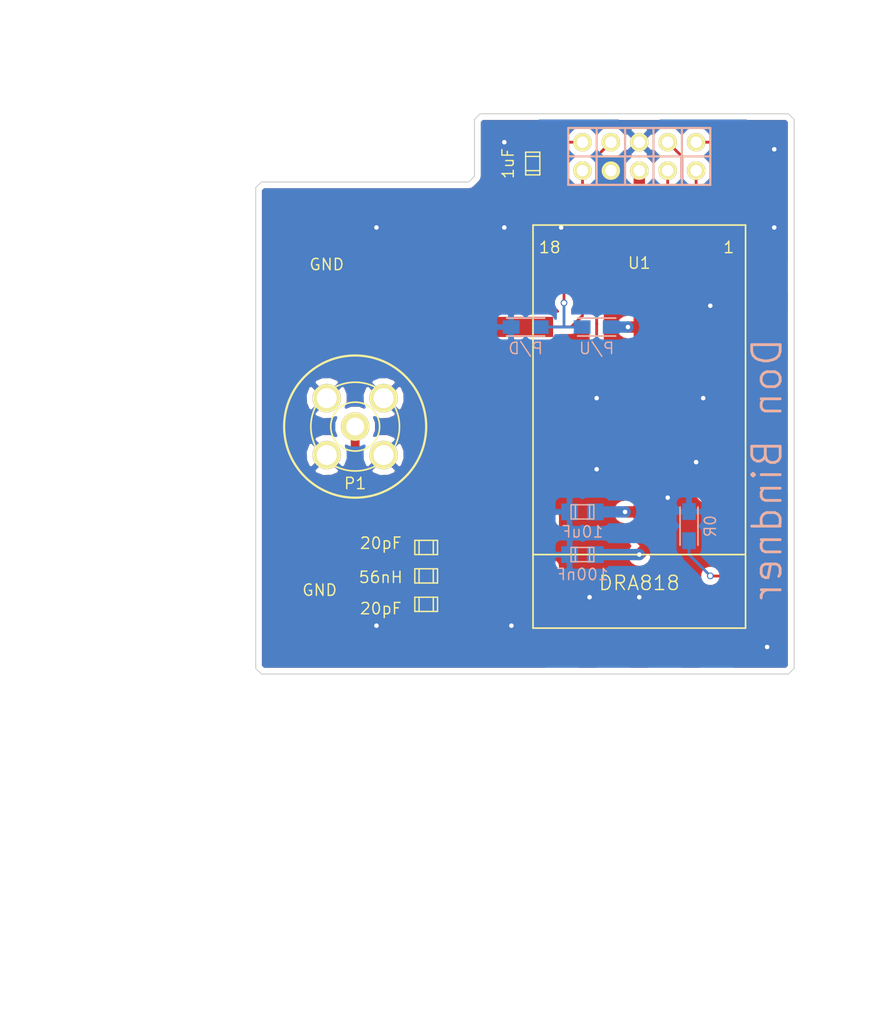
<source format=kicad_pcb>
(kicad_pcb (version 4) (host pcbnew 0.201506232253+5814~23~ubuntu14.04.1-product)

  (general
    (links 34)
    (no_connects 0)
    (area 87.63 71.12 167.640001 162.560001)
    (thickness 1.6)
    (drawings 30)
    (tracks 115)
    (zones 0)
    (modules 23)
    (nets 20)
  )

  (page A4)
  (layers
    (0 F.Cu signal)
    (31 B.Cu signal)
    (32 B.Adhes user)
    (33 F.Adhes user)
    (34 B.Paste user)
    (35 F.Paste user)
    (36 B.SilkS user)
    (37 F.SilkS user)
    (38 B.Mask user)
    (39 F.Mask user)
    (40 Dwgs.User user)
    (41 Cmts.User user)
    (42 Eco1.User user)
    (43 Eco2.User user)
    (44 Edge.Cuts user)
    (45 Margin user)
    (46 B.CrtYd user)
    (47 F.CrtYd user)
    (48 B.Fab user)
    (49 F.Fab user)
  )

  (setup
    (last_trace_width 0.25)
    (trace_clearance 0.2)
    (zone_clearance 0.508)
    (zone_45_only no)
    (trace_min 0.2)
    (segment_width 0.2)
    (edge_width 0.1)
    (via_size 0.6)
    (via_drill 0.4)
    (via_min_size 0.4)
    (via_min_drill 0.3)
    (uvia_size 0.3)
    (uvia_drill 0.1)
    (uvias_allowed no)
    (uvia_min_size 0)
    (uvia_min_drill 0)
    (pcb_text_width 0.3)
    (pcb_text_size 1.5 1.5)
    (mod_edge_width 0.15)
    (mod_text_size 1 1)
    (mod_text_width 0.15)
    (pad_size 1.4986 1.4986)
    (pad_drill 0)
    (pad_to_mask_clearance 0)
    (aux_axis_origin 0 0)
    (visible_elements 7FFFFFFF)
    (pcbplotparams
      (layerselection 0x010fc_80000001)
      (usegerberextensions true)
      (excludeedgelayer true)
      (linewidth 0.100000)
      (plotframeref false)
      (viasonmask false)
      (mode 1)
      (useauxorigin false)
      (hpglpennumber 1)
      (hpglpenspeed 20)
      (hpglpendiameter 15)
      (hpglpenoverlay 2)
      (psnegative false)
      (psa4output false)
      (plotreference true)
      (plotvalue true)
      (plotinvisibletext false)
      (padsonsilk false)
      (subtractmaskfromsilk false)
      (outputformat 1)
      (mirror false)
      (drillshape 0)
      (scaleselection 1)
      (outputdirectory gerbers/))
  )

  (net 0 "")
  (net 1 +3.3VP)
  (net 2 GND)
  (net 3 mic_out)
  (net 4 txRadio)
  (net 5 rxRadio)
  (net 6 ptt)
  (net 7 powerSave)
  (net 8 sq)
  (net 9 af_out)
  (net 10 "Net-(R1-Pad1)")
  (net 11 "Net-(U1-Pad15)")
  (net 12 "Net-(U1-Pad14)")
  (net 13 "Net-(U1-Pad13)")
  (net 14 "Net-(U1-Pad11)")
  (net 15 "Net-(U1-Pad4)")
  (net 16 "Net-(U1-Pad2)")
  (net 17 "Net-(C3-Pad1)")
  (net 18 "Net-(C4-Pad1)")
  (net 19 "Net-(C5-Pad1)")

  (net_class Default "This is the default net class."
    (clearance 0.2)
    (trace_width 0.25)
    (via_dia 0.6)
    (via_drill 0.4)
    (uvia_dia 0.3)
    (uvia_drill 0.1)
    (add_net GND)
    (add_net "Net-(C5-Pad1)")
    (add_net "Net-(R1-Pad1)")
    (add_net "Net-(U1-Pad11)")
    (add_net "Net-(U1-Pad13)")
    (add_net "Net-(U1-Pad14)")
    (add_net "Net-(U1-Pad15)")
    (add_net "Net-(U1-Pad2)")
    (add_net "Net-(U1-Pad4)")
    (add_net af_out)
    (add_net mic_out)
    (add_net powerSave)
    (add_net ptt)
    (add_net rxRadio)
    (add_net sq)
    (add_net txRadio)
  )

  (net_class 50ohm ""
    (clearance 0.1524)
    (trace_width 0.7874)
    (via_dia 0.6)
    (via_drill 0.4)
    (uvia_dia 0.3)
    (uvia_drill 0.1)
    (add_net "Net-(C3-Pad1)")
    (add_net "Net-(C4-Pad1)")
  )

  (net_class Power ""
    (clearance 0.2)
    (trace_width 1.016)
    (via_dia 0.6)
    (via_drill 0.4)
    (uvia_dia 0.3)
    (uvia_drill 0.1)
    (add_net +3.3VP)
  )

  (module DonB:C_0805_HandSoldering (layer B.Cu) (tedit 5569EC9C) (tstamp 556788D7)
    (at 139.7 116.84)
    (descr "SMT capacitor, 0805")
    (path /55686E31)
    (fp_text reference C1 (at 0 2) (layer B.SilkS) hide
      (effects (font (size 1.016 1.016) (thickness 0.127)) (justify mirror))
    )
    (fp_text value 10uF (at 0 1.778) (layer B.SilkS)
      (effects (font (size 1.016 1.016) (thickness 0.127)) (justify mirror))
    )
    (fp_line (start 0.635 0.635) (end 0.635 -0.635) (layer B.SilkS) (width 0.127))
    (fp_line (start -0.635 0.635) (end -0.635 -0.6096) (layer B.SilkS) (width 0.127))
    (fp_line (start -1.016 0.635) (end 1.016 0.635) (layer B.SilkS) (width 0.127))
    (fp_line (start 1.016 0.635) (end 1.016 -0.635) (layer B.SilkS) (width 0.127))
    (fp_line (start 1.016 -0.635) (end -1.016 -0.635) (layer B.SilkS) (width 0.127))
    (fp_line (start -1.016 -0.635) (end -1.016 0.635) (layer B.SilkS) (width 0.127))
    (pad 1 smd rect (at 1.15062 0) (size 1.4986 1.4986) (layers B.Cu B.Paste B.Mask)
      (net 1 +3.3VP))
    (pad 2 smd rect (at -1.15062 0) (size 1.4986 1.4986) (layers B.Cu B.Paste B.Mask)
      (net 2 GND))
    (model smd/Capacitors/C0805.wrl
      (at (xyz 0 0 0))
      (scale (xyz 0.4 0.4 0.4))
      (rotate (xyz 0 0 0))
    )
  )

  (module DonB:SMA-142-0701-201 (layer F.Cu) (tedit 556786A9) (tstamp 556788E2)
    (at 119.38 109.22)
    (path /55686E00)
    (fp_text reference P1 (at 0 5.08) (layer F.SilkS)
      (effects (font (size 1.016 1.016) (thickness 0.127)))
    )
    (fp_text value SMA (at 0 -5.08) (layer F.Fab) hide
      (effects (font (size 1.016 1.016) (thickness 0.127)))
    )
    (fp_circle (center 0 0) (end 1.27 -1.778) (layer F.SilkS) (width 0.15))
    (fp_circle (center 0 0) (end 3.9624 0) (layer F.SilkS) (width 0.15))
    (pad 1 thru_hole circle (at 0 0) (size 2.54 2.54) (drill 1.5875) (layers *.Cu *.Mask F.SilkS)
      (net 17 "Net-(C3-Pad1)"))
    (pad 2 thru_hole circle (at 2.54 -2.54) (size 2.54 2.54) (drill 1.778) (layers *.Cu *.Mask F.SilkS)
      (net 2 GND))
    (pad 2 thru_hole circle (at 2.54 2.54) (size 2.54 2.54) (drill 1.778) (layers *.Cu *.Mask F.SilkS)
      (net 2 GND))
    (pad 2 thru_hole circle (at -2.54 2.54) (size 2.54 2.54) (drill 1.778) (layers *.Cu *.Mask F.SilkS)
      (net 2 GND))
    (pad 2 thru_hole circle (at -2.54 -2.54) (size 2.54 2.54) (drill 1.778) (layers *.Cu *.Mask F.SilkS)
      (net 2 GND))
  )

  (module DonB:TESTPIN (layer F.Cu) (tedit 55677B30) (tstamp 556788E7)
    (at 139.7 83.82)
    (path /55686FF1)
    (fp_text reference P2 (at 0 -2) (layer F.SilkS) hide
      (effects (font (size 1.016 1.016) (thickness 0.127)))
    )
    (fp_text value mic_out (at 0 2) (layer F.SilkS) hide
      (effects (font (size 1.016 1.016) (thickness 0.127)))
    )
    (pad 1 thru_hole circle (at 0 0) (size 1.651 1.651) (drill 1.016) (layers *.Cu *.Mask F.SilkS)
      (net 3 mic_out))
  )

  (module DonB:TESTPIN (layer F.Cu) (tedit 55677B2B) (tstamp 556788EC)
    (at 139.7 86.36)
    (path /55686F44)
    (fp_text reference P3 (at 0 -2) (layer F.SilkS) hide
      (effects (font (size 1.016 1.016) (thickness 0.127)))
    )
    (fp_text value txRadio (at 0 2) (layer F.SilkS) hide
      (effects (font (size 1.016 1.016) (thickness 0.127)))
    )
    (pad 1 thru_hole circle (at 0 0) (size 1.651 1.651) (drill 1.016) (layers *.Cu *.Mask F.SilkS)
      (net 4 txRadio))
  )

  (module DonB:TESTPIN (layer F.Cu) (tedit 55677B35) (tstamp 556788F1)
    (at 142.24 83.82)
    (path /55687067)
    (fp_text reference P4 (at 0 -2) (layer F.SilkS) hide
      (effects (font (size 1.016 1.016) (thickness 0.127)))
    )
    (fp_text value rxRadio (at 0 2) (layer F.SilkS) hide
      (effects (font (size 1.016 1.016) (thickness 0.127)))
    )
    (pad 1 thru_hole circle (at 0 0) (size 1.651 1.651) (drill 1.016) (layers *.Cu *.Mask F.SilkS)
      (net 5 rxRadio))
  )

  (module DonB:TESTPIN (layer F.Cu) (tedit 556789B2) (tstamp 556788F6)
    (at 142.24 86.36)
    (path /55687027)
    (fp_text reference P5 (at 0 -2) (layer F.SilkS) hide
      (effects (font (size 1.016 1.016) (thickness 0.127)))
    )
    (fp_text value GND (at 0 2) (layer F.SilkS) hide
      (effects (font (size 1.016 1.016) (thickness 0.127)))
    )
    (pad 1 thru_hole circle (at 0 0) (size 1.651 1.651) (drill 1.016) (layers *.Cu *.Mask F.SilkS)
      (net 2 GND) (zone_connect 2))
  )

  (module DonB:TESTPIN (layer F.Cu) (tedit 55677B41) (tstamp 556788FB)
    (at 144.78 83.82)
    (path /556870F1)
    (fp_text reference P6 (at 0 -2) (layer F.SilkS) hide
      (effects (font (size 1.016 1.016) (thickness 0.127)))
    )
    (fp_text value GND (at 0 2) (layer F.SilkS) hide
      (effects (font (size 1.016 1.016) (thickness 0.127)))
    )
    (pad 1 thru_hole circle (at 0 0) (size 1.651 1.651) (drill 1.016) (layers *.Cu *.Mask F.SilkS)
      (net 2 GND))
  )

  (module DonB:TESTPIN (layer F.Cu) (tedit 55677B45) (tstamp 55678900)
    (at 144.78 86.36)
    (path /556870A1)
    (fp_text reference P7 (at 0 -2) (layer F.SilkS) hide
      (effects (font (size 1.016 1.016) (thickness 0.127)))
    )
    (fp_text value +3.3V (at 0 2) (layer F.SilkS) hide
      (effects (font (size 1.016 1.016) (thickness 0.127)))
    )
    (pad 1 thru_hole circle (at 0 0) (size 1.651 1.651) (drill 1.016) (layers *.Cu *.Mask F.SilkS)
      (net 1 +3.3VP))
  )

  (module DonB:TESTPIN (layer F.Cu) (tedit 55677B4E) (tstamp 55678905)
    (at 147.32 83.82)
    (path /5568716F)
    (fp_text reference P8 (at 0 -2) (layer F.SilkS) hide
      (effects (font (size 1.016 1.016) (thickness 0.127)))
    )
    (fp_text value ptt (at 0 2) (layer F.SilkS) hide
      (effects (font (size 1.016 1.016) (thickness 0.127)))
    )
    (pad 1 thru_hole circle (at 0 0) (size 1.651 1.651) (drill 1.016) (layers *.Cu *.Mask F.SilkS)
      (net 6 ptt))
  )

  (module DonB:TESTPIN (layer F.Cu) (tedit 55677B49) (tstamp 5567890A)
    (at 147.32 86.36)
    (path /5568712F)
    (fp_text reference P9 (at 0 -2) (layer F.SilkS) hide
      (effects (font (size 1.016 1.016) (thickness 0.127)))
    )
    (fp_text value powerSave (at 0 2) (layer F.SilkS) hide
      (effects (font (size 1.016 1.016) (thickness 0.127)))
    )
    (pad 1 thru_hole circle (at 0 0) (size 1.651 1.651) (drill 1.016) (layers *.Cu *.Mask F.SilkS)
      (net 7 powerSave))
  )

  (module DonB:TESTPIN (layer F.Cu) (tedit 55677B5B) (tstamp 5567890F)
    (at 149.86 83.82)
    (path /55687247)
    (fp_text reference P10 (at 0 -2) (layer F.SilkS) hide
      (effects (font (size 1.016 1.016) (thickness 0.127)))
    )
    (fp_text value sq (at 0 2) (layer F.SilkS) hide
      (effects (font (size 1.016 1.016) (thickness 0.127)))
    )
    (pad 1 thru_hole circle (at 0 0) (size 1.651 1.651) (drill 1.016) (layers *.Cu *.Mask F.SilkS)
      (net 8 sq))
  )

  (module DonB:TESTPIN (layer F.Cu) (tedit 55677B56) (tstamp 55678914)
    (at 149.86 86.36)
    (path /556871B1)
    (fp_text reference P11 (at 0 -2) (layer F.SilkS) hide
      (effects (font (size 1.016 1.016) (thickness 0.127)))
    )
    (fp_text value af_out (at 0 2) (layer F.SilkS) hide
      (effects (font (size 1.016 1.016) (thickness 0.127)))
    )
    (pad 1 thru_hole circle (at 0 0) (size 1.651 1.651) (drill 1.016) (layers *.Cu *.Mask F.SilkS)
      (net 9 af_out))
  )

  (module DonB:R_0805_HandSoldering (layer B.Cu) (tedit 55678258) (tstamp 5567891D)
    (at 149.225 118.11 90)
    (descr "Resistor, SMD, 0805, Hand soldering,")
    (tags "Resistor, SMD, 0805, Hand soldering,")
    (path /55686E0E)
    (attr smd)
    (fp_text reference R1 (at 0 -1.651 90) (layer B.SilkS) hide
      (effects (font (size 1.016 1.016) (thickness 0.127)) (justify mirror))
    )
    (fp_text value 0R (at 0 1.905 90) (layer B.SilkS)
      (effects (font (size 1.016 1.016) (thickness 0.127)) (justify mirror))
    )
    (fp_line (start -1.7 -0.8) (end 1.7 -0.8) (layer B.SilkS) (width 0.15))
    (fp_line (start -1.7 0.8) (end 1.7 0.8) (layer B.SilkS) (width 0.15))
    (fp_circle (center 0 0) (end 0.15 0) (layer B.Adhes) (width 0.3))
    (pad 1 smd rect (at -1.30048 0 90) (size 1.50114 1.19888) (layers B.Cu B.Paste B.Mask)
      (net 10 "Net-(R1-Pad1)"))
    (pad 2 smd rect (at 1.30048 0 90) (size 1.50114 1.19888) (layers B.Cu B.Paste B.Mask)
      (net 2 GND))
    (model smd/resistors/R0805/R0805.wrl
      (at (xyz 0 0 0))
      (scale (xyz 0.4 0.4 0.4))
      (rotate (xyz 0 0 0))
    )
  )

  (module DonB:C_0805_HandSoldering (layer B.Cu) (tedit 5569ECA0) (tstamp 55679692)
    (at 139.7 120.65)
    (descr "SMT capacitor, 0805")
    (path /5568A4BB)
    (fp_text reference C2 (at 0 -1.905) (layer B.SilkS) hide
      (effects (font (size 1.016 1.016) (thickness 0.127)) (justify mirror))
    )
    (fp_text value 100nF (at 0 1.778) (layer B.SilkS)
      (effects (font (size 1.016 1.016) (thickness 0.127)) (justify mirror))
    )
    (fp_line (start 0.635 0.635) (end 0.635 -0.635) (layer B.SilkS) (width 0.127))
    (fp_line (start -0.635 0.635) (end -0.635 -0.6096) (layer B.SilkS) (width 0.127))
    (fp_line (start -1.016 0.635) (end 1.016 0.635) (layer B.SilkS) (width 0.127))
    (fp_line (start 1.016 0.635) (end 1.016 -0.635) (layer B.SilkS) (width 0.127))
    (fp_line (start 1.016 -0.635) (end -1.016 -0.635) (layer B.SilkS) (width 0.127))
    (fp_line (start -1.016 -0.635) (end -1.016 0.635) (layer B.SilkS) (width 0.127))
    (pad 1 smd rect (at 1.15062 0) (size 1.4986 1.4986) (layers B.Cu B.Paste B.Mask)
      (net 1 +3.3VP))
    (pad 2 smd rect (at -1.15062 0) (size 1.4986 1.4986) (layers B.Cu B.Paste B.Mask)
      (net 2 GND))
    (model smd/Capacitors/C0805.wrl
      (at (xyz 0 0 0))
      (scale (xyz 0.4 0.4 0.4))
      (rotate (xyz 0 0 0))
    )
  )

  (module DonB:PAD-3.35mm (layer F.Cu) (tedit 5589FF3C) (tstamp 55679DDE)
    (at 116.84 127)
    (path /5568AEB0)
    (fp_text reference P12 (at 0 -3) (layer F.SilkS) hide
      (effects (font (size 1.27 1.27) (thickness 0.127)))
    )
    (fp_text value GND (at -0.635 -3.175) (layer F.SilkS)
      (effects (font (size 1.016 1.016) (thickness 0.127)))
    )
    (pad 1 smd rect (at 0 0) (size 3.35 3.35) (layers F.Cu F.Paste F.Mask)
      (net 2 GND))
  )

  (module DonB:PAD-3.35mm (layer F.Cu) (tedit 5569F4CC) (tstamp 55679DE3)
    (at 116.84 91.44)
    (path /5568B184)
    (fp_text reference P13 (at 0 -3) (layer F.SilkS) hide
      (effects (font (size 1.27 1.27) (thickness 0.127)))
    )
    (fp_text value GND (at 0 3.302) (layer F.SilkS)
      (effects (font (size 1.016 1.016) (thickness 0.127)))
    )
    (pad 1 smd rect (at 0 0) (size 3.35 3.35) (layers F.Cu F.Paste F.Mask)
      (net 2 GND))
  )

  (module DonB:C_0805_HandSoldering (layer F.Cu) (tedit 558B3BB1) (tstamp 5589FC6D)
    (at 125.73 120.015 180)
    (descr "SMT capacitor, 0805")
    (path /5589E7C5)
    (fp_text reference C3 (at 0 -2 180) (layer F.SilkS) hide
      (effects (font (size 1.016 1.016) (thickness 0.127)))
    )
    (fp_text value 20pF (at 4.064 0.381 180) (layer F.SilkS)
      (effects (font (size 1.016 1.016) (thickness 0.127)))
    )
    (fp_line (start 0.635 -0.635) (end 0.635 0.635) (layer F.SilkS) (width 0.127))
    (fp_line (start -0.635 -0.635) (end -0.635 0.6096) (layer F.SilkS) (width 0.127))
    (fp_line (start -1.016 -0.635) (end 1.016 -0.635) (layer F.SilkS) (width 0.127))
    (fp_line (start 1.016 -0.635) (end 1.016 0.635) (layer F.SilkS) (width 0.127))
    (fp_line (start 1.016 0.635) (end -1.016 0.635) (layer F.SilkS) (width 0.127))
    (fp_line (start -1.016 0.635) (end -1.016 -0.635) (layer F.SilkS) (width 0.127))
    (pad 1 smd rect (at 1.15062 0 180) (size 1.4986 1.4986) (layers F.Cu F.Paste F.Mask)
      (net 17 "Net-(C3-Pad1)"))
    (pad 2 smd rect (at -1.15062 0 180) (size 1.4986 1.4986) (layers F.Cu F.Paste F.Mask)
      (net 2 GND))
    (model smd/Capacitors/C0805.wrl
      (at (xyz 0 0 0))
      (scale (xyz 0.4 0.4 0.4))
      (rotate (xyz 0 0 0))
    )
  )

  (module DonB:C_0805_HandSoldering (layer F.Cu) (tedit 558B3BAC) (tstamp 5589FC73)
    (at 125.73 125.095)
    (descr "SMT capacitor, 0805")
    (path /5589E6E8)
    (fp_text reference C4 (at 0 -2) (layer F.SilkS) hide
      (effects (font (size 1.016 1.016) (thickness 0.127)))
    )
    (fp_text value 20pF (at -4.064 0.381) (layer F.SilkS)
      (effects (font (size 1.016 1.016) (thickness 0.127)))
    )
    (fp_line (start 0.635 -0.635) (end 0.635 0.635) (layer F.SilkS) (width 0.127))
    (fp_line (start -0.635 -0.635) (end -0.635 0.6096) (layer F.SilkS) (width 0.127))
    (fp_line (start -1.016 -0.635) (end 1.016 -0.635) (layer F.SilkS) (width 0.127))
    (fp_line (start 1.016 -0.635) (end 1.016 0.635) (layer F.SilkS) (width 0.127))
    (fp_line (start 1.016 0.635) (end -1.016 0.635) (layer F.SilkS) (width 0.127))
    (fp_line (start -1.016 0.635) (end -1.016 -0.635) (layer F.SilkS) (width 0.127))
    (pad 1 smd rect (at 1.15062 0) (size 1.4986 1.4986) (layers F.Cu F.Paste F.Mask)
      (net 18 "Net-(C4-Pad1)"))
    (pad 2 smd rect (at -1.15062 0) (size 1.4986 1.4986) (layers F.Cu F.Paste F.Mask)
      (net 2 GND))
    (model smd/Capacitors/C0805.wrl
      (at (xyz 0 0 0))
      (scale (xyz 0.4 0.4 0.4))
      (rotate (xyz 0 0 0))
    )
  )

  (module DonB:C_0805_HandSoldering (layer F.Cu) (tedit 558A0FD3) (tstamp 5589FCE2)
    (at 125.73 122.555 180)
    (descr "SMT capacitor, 0805")
    (path /5589E9BE)
    (fp_text reference L1 (at 0 -2 180) (layer F.SilkS) hide
      (effects (font (size 1.016 1.016) (thickness 0.127)))
    )
    (fp_text value 56nH (at 4.064 -0.127 180) (layer F.SilkS)
      (effects (font (size 1.016 1.016) (thickness 0.127)))
    )
    (fp_line (start 0.635 -0.635) (end 0.635 0.635) (layer F.SilkS) (width 0.127))
    (fp_line (start -0.635 -0.635) (end -0.635 0.6096) (layer F.SilkS) (width 0.127))
    (fp_line (start -1.016 -0.635) (end 1.016 -0.635) (layer F.SilkS) (width 0.127))
    (fp_line (start 1.016 -0.635) (end 1.016 0.635) (layer F.SilkS) (width 0.127))
    (fp_line (start 1.016 0.635) (end -1.016 0.635) (layer F.SilkS) (width 0.127))
    (fp_line (start -1.016 0.635) (end -1.016 -0.635) (layer F.SilkS) (width 0.127))
    (pad 1 smd rect (at 1.15062 0 180) (size 1.4986 1.4986) (layers F.Cu F.Paste F.Mask)
      (net 17 "Net-(C3-Pad1)"))
    (pad 2 smd rect (at -1.15062 0 180) (size 1.4986 1.4986) (layers F.Cu F.Paste F.Mask)
      (net 18 "Net-(C4-Pad1)"))
    (model smd/Capacitors/C0805.wrl
      (at (xyz 0 0 0))
      (scale (xyz 0.4 0.4 0.4))
      (rotate (xyz 0 0 0))
    )
  )

  (module DonB:R_0805_HandSoldering (layer B.Cu) (tedit 559145C1) (tstamp 558ABD88)
    (at 140.97 100.33 180)
    (descr "Resistor, SMD, 0805, Hand soldering,")
    (tags "Resistor, SMD, 0805, Hand soldering,")
    (path /55913E89)
    (attr smd)
    (fp_text reference R2 (at -3.81 0 180) (layer B.SilkS) hide
      (effects (font (size 1.016 1.016) (thickness 0.127)) (justify mirror))
    )
    (fp_text value P/U (at 0 -1.905 180) (layer B.SilkS)
      (effects (font (size 1.016 1.016) (thickness 0.127)) (justify mirror))
    )
    (fp_line (start -1.7 -0.8) (end 1.7 -0.8) (layer B.SilkS) (width 0.15))
    (fp_line (start -1.7 0.8) (end 1.7 0.8) (layer B.SilkS) (width 0.15))
    (fp_circle (center 0 0) (end 0.15 0) (layer B.Adhes) (width 0.3))
    (pad 1 smd rect (at -1.30048 0 180) (size 1.50114 1.19888) (layers B.Cu B.Paste B.Mask)
      (net 1 +3.3VP))
    (pad 2 smd rect (at 1.30048 0 180) (size 1.50114 1.19888) (layers B.Cu B.Paste B.Mask)
      (net 19 "Net-(C5-Pad1)"))
    (model smd/resistors/R0805/R0805.wrl
      (at (xyz 0 0 0))
      (scale (xyz 0.4 0.4 0.4))
      (rotate (xyz 0 0 0))
    )
  )

  (module DonB:C_0805_HandSoldering (layer F.Cu) (tedit 540A4FBD) (tstamp 55913AA9)
    (at 135.255 85.725 270)
    (descr "SMT capacitor, 0805")
    (path /55913D67)
    (fp_text reference C5 (at 0 -2 270) (layer F.SilkS) hide
      (effects (font (size 1.016 1.016) (thickness 0.127)))
    )
    (fp_text value 1uF (at 0 2.206 270) (layer F.SilkS)
      (effects (font (size 1.016 1.016) (thickness 0.127)))
    )
    (fp_line (start 0.635 -0.635) (end 0.635 0.635) (layer F.SilkS) (width 0.127))
    (fp_line (start -0.635 -0.635) (end -0.635 0.6096) (layer F.SilkS) (width 0.127))
    (fp_line (start -1.016 -0.635) (end 1.016 -0.635) (layer F.SilkS) (width 0.127))
    (fp_line (start 1.016 -0.635) (end 1.016 0.635) (layer F.SilkS) (width 0.127))
    (fp_line (start 1.016 0.635) (end -1.016 0.635) (layer F.SilkS) (width 0.127))
    (fp_line (start -1.016 0.635) (end -1.016 -0.635) (layer F.SilkS) (width 0.127))
    (pad 1 smd rect (at 1.15062 0 270) (size 1.4986 1.4986) (layers F.Cu F.Paste F.Mask)
      (net 19 "Net-(C5-Pad1)"))
    (pad 2 smd rect (at -1.15062 0 270) (size 1.4986 1.4986) (layers F.Cu F.Paste F.Mask)
      (net 3 mic_out))
    (model smd/Capacitors/C0805.wrl
      (at (xyz 0 0 0))
      (scale (xyz 0.4 0.4 0.4))
      (rotate (xyz 0 0 0))
    )
  )

  (module DonB:R_0805_HandSoldering (layer B.Cu) (tedit 559145BE) (tstamp 55914308)
    (at 134.62 100.33 180)
    (descr "Resistor, SMD, 0805, Hand soldering,")
    (tags "Resistor, SMD, 0805, Hand soldering,")
    (path /55913F00)
    (attr smd)
    (fp_text reference R3 (at 3.175 0 180) (layer B.SilkS) hide
      (effects (font (size 1.016 1.016) (thickness 0.127)) (justify mirror))
    )
    (fp_text value P/D (at 0 -1.905 180) (layer B.SilkS)
      (effects (font (size 1.016 1.016) (thickness 0.127)) (justify mirror))
    )
    (fp_line (start -1.7 -0.8) (end 1.7 -0.8) (layer B.SilkS) (width 0.15))
    (fp_line (start -1.7 0.8) (end 1.7 0.8) (layer B.SilkS) (width 0.15))
    (fp_circle (center 0 0) (end 0.15 0) (layer B.Adhes) (width 0.3))
    (pad 1 smd rect (at -1.30048 0 180) (size 1.50114 1.19888) (layers B.Cu B.Paste B.Mask)
      (net 19 "Net-(C5-Pad1)"))
    (pad 2 smd rect (at 1.30048 0 180) (size 1.50114 1.19888) (layers B.Cu B.Paste B.Mask)
      (net 2 GND))
    (model smd/resistors/R0805/R0805.wrl
      (at (xyz 0 0 0))
      (scale (xyz 0.4 0.4 0.4))
      (rotate (xyz 0 0 0))
    )
  )

  (module DonB:DRA818 (layer F.Cu) (tedit 55913CFA) (tstamp 55678DFA)
    (at 144.78 109.22)
    (path /55686DEC)
    (fp_text reference U1 (at 0 -14.605) (layer F.SilkS)
      (effects (font (size 1.016 1.016) (thickness 0.127)))
    )
    (fp_text value DRA818 (at 0 13.97) (layer F.SilkS)
      (effects (font (size 1.27 1.27) (thickness 0.127)))
    )
    (fp_text user 18 (at -8 -16) (layer F.SilkS)
      (effects (font (size 1.016 1.016) (thickness 0.127)))
    )
    (fp_text user 1 (at 8 -16) (layer F.SilkS)
      (effects (font (size 1.016 1.016) (thickness 0.127)))
    )
    (fp_line (start -9.5 11.43) (end 9.5 11.43) (layer F.SilkS) (width 0.15))
    (fp_line (start -9.5 -18) (end 9.5 -18) (layer F.SilkS) (width 0.15))
    (fp_line (start 9.5 -18) (end 9.5 18) (layer F.SilkS) (width 0.15))
    (fp_line (start 9.5 18) (end -9.5 18) (layer F.SilkS) (width 0.15))
    (fp_line (start -9.5 18) (end -9.5 -18) (layer F.SilkS) (width 0.15))
    (pad 18 smd rect (at -8.6 -13.35) (size 5.4 1.8) (drill (offset -1.8 0)) (layers F.Cu F.Paste F.Mask)
      (net 19 "Net-(C5-Pad1)"))
    (pad 17 smd rect (at -8.6 -8.9) (size 5.4 1.8) (drill (offset -1.8 0)) (layers F.Cu F.Paste F.Mask)
      (net 4 txRadio))
    (pad 16 smd rect (at -8.6 -4.45) (size 5.4 1.8) (drill (offset -1.8 0)) (layers F.Cu F.Paste F.Mask)
      (net 5 rxRadio))
    (pad 15 smd rect (at -8.6 0) (size 5.4 1.8) (drill (offset -1.8 0)) (layers F.Cu F.Paste F.Mask)
      (net 11 "Net-(U1-Pad15)"))
    (pad 14 smd rect (at -8.6 4.45) (size 5.4 1.8) (drill (offset -1.8 0)) (layers F.Cu F.Paste F.Mask)
      (net 12 "Net-(U1-Pad14)"))
    (pad 13 smd rect (at -8.6 8.9) (size 5.4 1.8) (drill (offset -1.8 0)) (layers F.Cu F.Paste F.Mask)
      (net 13 "Net-(U1-Pad13)"))
    (pad 12 smd rect (at -8.6 13.35) (size 5.4 1.8) (drill (offset -1.8 0)) (layers F.Cu F.Paste F.Mask)
      (net 18 "Net-(C4-Pad1)"))
    (pad 11 smd rect (at -6.9 16.9) (size 1.8 5.4) (drill (offset 0 1.8)) (layers F.Cu F.Paste F.Mask)
      (net 14 "Net-(U1-Pad11)"))
    (pad 10 smd rect (at -2.3 16.9) (size 1.8 5.4) (drill (offset 0 1.8)) (layers F.Cu F.Paste F.Mask)
      (net 2 GND))
    (pad 9 smd rect (at 2.3 16.9) (size 1.8 5.4) (drill (offset 0 1.8)) (layers F.Cu F.Paste F.Mask)
      (net 2 GND))
    (pad 8 smd rect (at 6.9 16.9) (size 1.8 5.4) (drill (offset 0 1.8)) (layers F.Cu F.Paste F.Mask)
      (net 1 +3.3VP))
    (pad 7 smd rect (at 8.6 13.35) (size 5.4 1.8) (drill (offset 1.8 0)) (layers F.Cu F.Paste F.Mask)
      (net 10 "Net-(R1-Pad1)"))
    (pad 6 smd rect (at 8.6 8.9) (size 5.4 1.8) (drill (offset 1.8 0)) (layers F.Cu F.Paste F.Mask)
      (net 7 powerSave))
    (pad 5 smd rect (at 8.6 4.45) (size 5.4 1.8) (drill (offset 1.8 0)) (layers F.Cu F.Paste F.Mask)
      (net 6 ptt))
    (pad 4 smd rect (at 8.6 0) (size 5.4 1.8) (drill (offset 1.8 0)) (layers F.Cu F.Paste F.Mask)
      (net 15 "Net-(U1-Pad4)"))
    (pad 3 smd rect (at 8.6 -4.45) (size 5.4 1.8) (drill (offset 1.8 0)) (layers F.Cu F.Paste F.Mask)
      (net 9 af_out))
    (pad 2 smd rect (at 8.6 -8.9) (size 5.4 1.8) (drill (offset 1.8 0)) (layers F.Cu F.Paste F.Mask)
      (net 16 "Net-(U1-Pad2)"))
    (pad 1 smd rect (at 8.6 -13.35) (size 5.4 1.8) (drill (offset 1.8 0)) (layers F.Cu F.Paste F.Mask)
      (net 8 sq))
  )

  (gr_line (start 140.97 82.55) (end 140.97 87.63) (angle 90) (layer B.SilkS) (width 0.2))
  (gr_line (start 143.51 82.55) (end 143.51 87.63) (angle 90) (layer B.SilkS) (width 0.2))
  (gr_line (start 146.05 82.55) (end 146.05 87.63) (angle 90) (layer B.SilkS) (width 0.2))
  (gr_line (start 148.59 82.55) (end 148.59 87.63) (angle 90) (layer B.SilkS) (width 0.2))
  (gr_line (start 138.43 85.09) (end 151.13 85.09) (angle 90) (layer B.SilkS) (width 0.2))
  (gr_line (start 138.43 87.63) (end 138.43 82.55) (angle 90) (layer B.SilkS) (width 0.2))
  (gr_line (start 151.13 87.63) (end 138.43 87.63) (angle 90) (layer B.SilkS) (width 0.2))
  (gr_line (start 151.13 82.55) (end 151.13 87.63) (angle 90) (layer B.SilkS) (width 0.2))
  (gr_line (start 138.43 82.55) (end 151.13 82.55) (angle 90) (layer B.SilkS) (width 0.2))
  (gr_line (start 157.988 131.318) (end 158.115 131.318) (angle 90) (layer Edge.Cuts) (width 0.1))
  (gr_line (start 157.988 81.28) (end 158.115 81.28) (angle 90) (layer Edge.Cuts) (width 0.1))
  (gr_line (start 158.623 130.556) (end 158.623 130.81) (angle 90) (layer Edge.Cuts) (width 0.1))
  (gr_line (start 110.49 130.556) (end 110.49 130.81) (angle 90) (layer Edge.Cuts) (width 0.1))
  (gr_line (start 158.623 130.556) (end 158.623 111.506) (angle 90) (layer Edge.Cuts) (width 0.1))
  (gr_line (start 157.988 131.318) (end 115.824 131.318) (angle 90) (layer Edge.Cuts) (width 0.1))
  (gr_line (start 158.623 130.81) (end 158.115 131.318) (angle 90) (layer Edge.Cuts) (width 0.1))
  (gr_line (start 110.49 130.81) (end 110.998 131.318) (angle 90) (layer Edge.Cuts) (width 0.1))
  (gr_line (start 110.49 87.884) (end 110.49 130.556) (angle 90) (layer Edge.Cuts) (width 0.1))
  (gr_line (start 129.54 87.376) (end 110.998 87.376) (angle 90) (layer Edge.Cuts) (width 0.1))
  (gr_line (start 110.49 87.884) (end 110.998 87.376) (angle 90) (layer Edge.Cuts) (width 0.1))
  (gr_line (start 158.623 81.788) (end 158.623 111.506) (angle 90) (layer Edge.Cuts) (width 0.1))
  (gr_line (start 158.115 81.28) (end 158.623 81.788) (angle 90) (layer Edge.Cuts) (width 0.1))
  (gr_line (start 130.556 81.28) (end 157.988 81.28) (angle 90) (layer Edge.Cuts) (width 0.1))
  (gr_line (start 130.302 81.534) (end 130.556 81.28) (angle 90) (layer Edge.Cuts) (width 0.1))
  (gr_line (start 130.048 81.788) (end 130.302 81.534) (angle 90) (layer Edge.Cuts) (width 0.1))
  (gr_line (start 130.048 86.868) (end 130.048 81.788) (angle 90) (layer Edge.Cuts) (width 0.1))
  (gr_line (start 129.54 87.376) (end 130.048 86.868) (angle 90) (layer Edge.Cuts) (width 0.1))
  (gr_line (start 115.824 131.318) (end 110.998 131.318) (angle 90) (layer Edge.Cuts) (width 0.1))
  (gr_text "Don Bindner" (at 156.21 113.03 90) (layer B.SilkS)
    (effects (font (size 2.54 2.54) (thickness 0.254)) (justify mirror))
  )
  (gr_circle (center 119.38 109.22) (end 125.73 109.22) (layer F.SilkS) (width 0.2))

  (segment (start 140.85062 120.65) (end 144.78 120.65) (width 1.016) (layer B.Cu) (net 1))
  (segment (start 145.415 120.015) (end 145.415 119.761) (width 1.016) (layer F.Cu) (net 1) (tstamp 559145B4))
  (segment (start 145.542 119.888) (end 145.415 120.015) (width 1.016) (layer F.Cu) (net 1) (tstamp 559145B2))
  (segment (start 144.78 120.65) (end 145.542 119.888) (width 1.016) (layer F.Cu) (net 1) (tstamp 559145B1))
  (via (at 144.78 120.65) (size 0.6) (drill 0.4) (layers F.Cu B.Cu) (net 1))
  (segment (start 140.85062 116.84) (end 143.51 116.84) (width 1.016) (layer B.Cu) (net 1))
  (segment (start 143.51 116.84) (end 144.78 116.84) (width 1.016) (layer F.Cu) (net 1) (tstamp 559145AA))
  (via (at 143.51 116.84) (size 0.6) (drill 0.4) (layers F.Cu B.Cu) (net 1))
  (segment (start 142.27048 100.33) (end 143.764 100.33) (width 1.016) (layer B.Cu) (net 1))
  (segment (start 143.764 100.33) (end 144.78 100.33) (width 1.016) (layer F.Cu) (net 1) (tstamp 55914564))
  (via (at 143.764 100.33) (size 0.6) (drill 0.4) (layers F.Cu B.Cu) (net 1))
  (segment (start 144.78 86.36) (end 144.78 100.33) (width 1.016) (layer F.Cu) (net 1))
  (segment (start 144.78 100.33) (end 144.78 116.84) (width 1.016) (layer F.Cu) (net 1) (tstamp 55914567))
  (segment (start 144.78 116.84) (end 144.78 119.126) (width 1.016) (layer F.Cu) (net 1) (tstamp 559145AD))
  (segment (start 144.78 119.126) (end 145.415 119.761) (width 1.016) (layer F.Cu) (net 1) (tstamp 5591453E))
  (segment (start 145.415 119.761) (end 151.68 126.026) (width 1.016) (layer F.Cu) (net 1) (tstamp 559145B5))
  (segment (start 151.68 126.026) (end 151.68 126.12) (width 1.016) (layer F.Cu) (net 1) (tstamp 55914540))
  (segment (start 151.68 126.026) (end 151.68 126.12) (width 1.016) (layer F.Cu) (net 1) (tstamp 5569EE58))
  (segment (start 144.66062 86.47938) (end 144.78 86.36) (width 1.016) (layer B.Cu) (net 1) (tstamp 5569EE52))
  (segment (start 151.68 129.31276) (end 151.68 126.12) (width 1.016) (layer F.Cu) (net 1) (tstamp 556796D6))
  (via (at 144.78 124.46) (size 0.6) (drill 0.4) (layers F.Cu B.Cu) (net 2))
  (segment (start 146.44 126.12) (end 144.78 124.46) (width 0.25) (layer F.Cu) (net 2) (tstamp 559166F6))
  (segment (start 147.08 126.12) (end 146.44 126.12) (width 0.25) (layer F.Cu) (net 2))
  (segment (start 147.08 126.12) (end 147.075 126.12) (width 0.25) (layer F.Cu) (net 2))
  (segment (start 142.48 126.12) (end 141.995 126.12) (width 0.25) (layer F.Cu) (net 2))
  (segment (start 141.995 126.12) (end 140.335 124.46) (width 0.25) (layer F.Cu) (net 2) (tstamp 55916660))
  (via (at 140.335 124.46) (size 0.6) (drill 0.4) (layers F.Cu B.Cu) (net 2))
  (segment (start 137.795 91.44) (end 132.715 91.44) (width 0.25) (layer B.Cu) (net 2))
  (segment (start 142.875 81.915) (end 144.78 83.82) (width 0.25) (layer B.Cu) (net 2))
  (via (at 132.715 91.44) (size 0.6) (layers F.Cu B.Cu) (net 2))
  (segment (start 132.715 83.82) (end 132.715 91.44) (width 0.25) (layer F.Cu) (net 2) (tstamp 55678FD5))
  (via (at 132.715 83.82) (size 0.6) (layers F.Cu B.Cu) (net 2))
  (segment (start 135.89 81.915) (end 132.715 83.82) (width 0.25) (layer B.Cu) (net 2) (tstamp 55678FD2))
  (segment (start 142.875 81.915) (end 135.89 81.915) (width 0.25) (layer B.Cu) (net 2) (tstamp 55678FD1))
  (via (at 137.795 91.44) (size 0.6) (drill 0.4) (layers F.Cu B.Cu) (net 2))
  (segment (start 142.48 126.12) (end 143.12 126.12) (width 0.25) (layer F.Cu) (net 2))
  (segment (start 149.225 116.80952) (end 151.09952 116.80952) (width 0.25) (layer B.Cu) (net 2))
  (via (at 156.21 128.905) (size 0.6) (drill 0.4) (layers F.Cu B.Cu) (net 2))
  (segment (start 156.21 121.92) (end 156.21 128.905) (width 0.25) (layer B.Cu) (net 2) (tstamp 559145E5))
  (segment (start 151.09952 116.80952) (end 156.21 121.92) (width 0.25) (layer B.Cu) (net 2) (tstamp 559145E3))
  (segment (start 138.54938 116.84) (end 138.54938 115.45062) (width 0.25) (layer B.Cu) (net 2))
  (via (at 140.97 106.68) (size 0.6) (drill 0.4) (layers F.Cu B.Cu) (net 2))
  (segment (start 140.97 113.03) (end 140.97 106.68) (width 0.25) (layer F.Cu) (net 2) (tstamp 559145CB))
  (via (at 140.97 113.03) (size 0.6) (drill 0.4) (layers F.Cu B.Cu) (net 2))
  (segment (start 138.54938 115.45062) (end 140.97 113.03) (width 0.25) (layer B.Cu) (net 2) (tstamp 559145C8))
  (segment (start 150.495 106.68) (end 150.495 99.06) (width 0.25) (layer B.Cu) (net 2))
  (segment (start 149.86 107.315) (end 150.495 106.68) (width 0.25) (layer B.Cu) (net 2) (tstamp 559145C0))
  (via (at 150.495 106.68) (size 0.6) (drill 0.4) (layers F.Cu B.Cu) (net 2))
  (segment (start 147.32 115.57) (end 147.32 114.935) (width 0.25) (layer B.Cu) (net 2))
  (segment (start 148.55952 116.80952) (end 147.32 115.57) (width 0.25) (layer B.Cu) (net 2) (tstamp 559145B8))
  (via (at 147.32 115.57) (size 0.6) (drill 0.4) (layers F.Cu B.Cu) (net 2))
  (segment (start 149.225 116.80952) (end 148.55952 116.80952) (width 0.25) (layer B.Cu) (net 2))
  (via (at 149.86 112.395) (size 0.6) (drill 0.4) (layers F.Cu B.Cu) (net 2))
  (segment (start 147.32 114.935) (end 149.86 112.395) (width 0.25) (layer B.Cu) (net 2) (tstamp 559145BC))
  (segment (start 149.86 112.395) (end 149.86 107.315) (width 0.25) (layer B.Cu) (net 2))
  (via (at 151.13 98.425) (size 0.6) (drill 0.4) (layers F.Cu B.Cu) (net 2))
  (segment (start 150.495 99.06) (end 151.13 98.425) (width 0.25) (layer B.Cu) (net 2) (tstamp 559145C4))
  (segment (start 116.84 91.44) (end 121.285 91.44) (width 0.25) (layer F.Cu) (net 2))
  (via (at 121.285 91.44) (size 0.6) (layers F.Cu B.Cu) (net 2))
  (segment (start 116.84 127) (end 121.285 127) (width 0.25) (layer F.Cu) (net 2))
  (via (at 133.35 127) (size 0.6) (layers F.Cu B.Cu) (net 2))
  (segment (start 121.285 127) (end 133.35 127) (width 0.25) (layer B.Cu) (net 2) (tstamp 5569EE76))
  (via (at 121.285 127) (size 0.6) (layers F.Cu B.Cu) (net 2))
  (segment (start 146.685 81.915) (end 154.305 81.915) (width 0.25) (layer B.Cu) (net 2) (tstamp 55678FC8))
  (segment (start 154.305 81.915) (end 156.845 84.455) (width 0.25) (layer B.Cu) (net 2) (tstamp 55678FC9))
  (via (at 156.845 84.455) (size 0.6) (layers F.Cu B.Cu) (net 2))
  (segment (start 156.845 84.455) (end 156.845 91.44) (width 0.25) (layer F.Cu) (net 2) (tstamp 55678FCC))
  (via (at 156.845 91.44) (size 0.6) (layers F.Cu B.Cu) (net 2))
  (segment (start 144.78 83.82) (end 146.685 81.915) (width 0.25) (layer B.Cu) (net 2))
  (segment (start 139.7 83.82) (end 136.00938 83.82) (width 0.25) (layer F.Cu) (net 3))
  (segment (start 136.00938 83.82) (end 135.255 84.57438) (width 0.25) (layer F.Cu) (net 3) (tstamp 55914632))
  (segment (start 139.7 96.8) (end 139.7 99.314) (width 0.25) (layer F.Cu) (net 4))
  (segment (start 139.7 86.36) (end 139.7 96.8) (width 0.25) (layer F.Cu) (net 4))
  (segment (start 138.694 100.32) (end 136.18 100.32) (width 0.25) (layer F.Cu) (net 4) (tstamp 559144F4))
  (segment (start 139.7 99.314) (end 138.694 100.32) (width 0.25) (layer F.Cu) (net 4) (tstamp 559144F3))
  (segment (start 140.97 100.076) (end 140.97 104.013) (width 0.25) (layer F.Cu) (net 5))
  (segment (start 140.213 104.77) (end 136.18 104.77) (width 0.25) (layer F.Cu) (net 5) (tstamp 559144EF))
  (segment (start 140.97 104.013) (end 140.213 104.77) (width 0.25) (layer F.Cu) (net 5) (tstamp 559144EE))
  (segment (start 140.97 85.09) (end 140.97 100.076) (width 0.25) (layer F.Cu) (net 5) (tstamp 55678F0D))
  (segment (start 140.97 100.076) (end 140.97 99.98) (width 0.25) (layer F.Cu) (net 5) (tstamp 559144EC))
  (segment (start 142.24 83.82) (end 140.97 85.09) (width 0.25) (layer F.Cu) (net 5))
  (segment (start 148.59 85.09) (end 148.59 108.88) (width 0.25) (layer F.Cu) (net 6) (tstamp 55678F1B))
  (segment (start 148.59 108.88) (end 153.38 113.67) (width 0.25) (layer F.Cu) (net 6) (tstamp 55678F1C))
  (segment (start 147.32 83.82) (end 148.59 85.09) (width 0.25) (layer F.Cu) (net 6))
  (segment (start 147.32 112.06) (end 153.38 118.12) (width 0.25) (layer F.Cu) (net 7) (tstamp 55678F20))
  (segment (start 147.32 86.36) (end 147.32 112.06) (width 0.25) (layer F.Cu) (net 7))
  (segment (start 151.13 83.82) (end 153.38 86.07) (width 0.25) (layer F.Cu) (net 8) (tstamp 55678F12))
  (segment (start 153.38 86.07) (end 153.38 95.87) (width 0.25) (layer F.Cu) (net 8) (tstamp 55678F13))
  (segment (start 149.86 83.82) (end 151.13 83.82) (width 0.25) (layer F.Cu) (net 8))
  (segment (start 149.86 101.25) (end 153.38 104.77) (width 0.25) (layer F.Cu) (net 9) (tstamp 55678F17))
  (segment (start 149.86 86.36) (end 149.86 101.25) (width 0.25) (layer F.Cu) (net 9))
  (segment (start 149.225 119.41048) (end 149.225 120.65) (width 0.25) (layer B.Cu) (net 10))
  (segment (start 151.145 122.57) (end 153.38 122.57) (width 0.25) (layer F.Cu) (net 10) (tstamp 5591455F))
  (segment (start 151.13 122.555) (end 151.145 122.57) (width 0.25) (layer F.Cu) (net 10) (tstamp 5591455E))
  (via (at 151.13 122.555) (size 0.6) (drill 0.4) (layers F.Cu B.Cu) (net 10))
  (segment (start 149.225 120.65) (end 151.13 122.555) (width 0.25) (layer B.Cu) (net 10) (tstamp 5591455B))
  (segment (start 153.38 122.57) (end 153.304 122.57) (width 0.25) (layer F.Cu) (net 10))
  (segment (start 153.05 122.57) (end 153.38 122.57) (width 0.25) (layer F.Cu) (net 10) (tstamp 55678F94))
  (segment (start 119.38 109.22) (end 119.38 118.618) (width 0.7874) (layer F.Cu) (net 17))
  (segment (start 123.317 122.555) (end 124.57938 122.555) (width 0.7874) (layer F.Cu) (net 17) (tstamp 558B3AE2))
  (segment (start 119.38 118.618) (end 123.317 122.555) (width 0.7874) (layer F.Cu) (net 17) (tstamp 558B3AD5))
  (segment (start 124.57938 122.555) (end 124.57938 120.015) (width 0.7874) (layer F.Cu) (net 17))
  (segment (start 126.88062 125.095) (end 126.88062 122.555) (width 0.7874) (layer F.Cu) (net 18))
  (segment (start 136.18 122.57) (end 126.89562 122.57) (width 0.7874) (layer F.Cu) (net 18))
  (segment (start 126.89562 122.57) (end 126.88062 122.555) (width 0.7874) (layer F.Cu) (net 18) (tstamp 5589FEEB))
  (segment (start 136.18 122.57) (end 132.73 122.57) (width 0.7874) (layer F.Cu) (net 18))
  (segment (start 135.255 86.87562) (end 135.255 94.945) (width 0.25) (layer F.Cu) (net 19))
  (segment (start 135.255 94.945) (end 136.18 95.87) (width 0.25) (layer F.Cu) (net 19) (tstamp 55914635))
  (segment (start 136.18 95.87) (end 138.049 95.87) (width 0.25) (layer F.Cu) (net 19))
  (segment (start 138.049 95.87) (end 138.049 95.885) (width 0.25) (layer F.Cu) (net 19) (tstamp 55914523))
  (segment (start 138.049 100.33) (end 138.049 98.171) (width 0.25) (layer B.Cu) (net 19))
  (segment (start 138.049 98.171) (end 138.049 95.885) (width 0.25) (layer F.Cu) (net 19) (tstamp 5591451C))
  (via (at 138.049 98.171) (size 0.6) (drill 0.4) (layers F.Cu B.Cu) (net 19))
  (segment (start 139.66952 100.33) (end 138.049 100.33) (width 0.25) (layer B.Cu) (net 19))
  (segment (start 138.049 100.33) (end 135.92048 100.33) (width 0.25) (layer B.Cu) (net 19) (tstamp 55914518))

  (zone (net 2) (net_name GND) (layer F.Cu) (tstamp 55678FA2) (hatch edge 0.508)
    (connect_pads (clearance 0.508))
    (min_thickness 0.254)
    (fill yes (arc_segments 16) (thermal_gap 0.508) (thermal_bridge_width 0.508))
    (polygon
      (pts
        (xy 167.64 162.56) (xy 87.63 162.56) (xy 87.63 71.12) (xy 167.64 71.12)
      )
    )
    (filled_polygon
      (pts
        (xy 151.83256 123.47) (xy 151.879537 123.712123) (xy 152.019327 123.924927) (xy 152.23036 124.067377) (xy 152.48 124.11744)
        (xy 157.88 124.11744) (xy 157.938 124.106187) (xy 157.938 130.526264) (xy 157.831264 130.633) (xy 153.224833 130.633)
        (xy 153.22744 130.62) (xy 153.22744 125.22) (xy 153.180463 124.977877) (xy 153.040673 124.765073) (xy 152.82964 124.622623)
        (xy 152.58 124.57256) (xy 151.843006 124.57256) (xy 150.630395 123.359949) (xy 150.943201 123.489838) (xy 151.315167 123.490162)
        (xy 151.658943 123.348117) (xy 151.677092 123.33) (xy 151.83256 123.33) (xy 151.83256 123.47)
      )
    )
    (filled_polygon
      (pts
        (xy 157.938 82.071736) (xy 157.938 94.334191) (xy 157.88 94.32256) (xy 154.14 94.32256) (xy 154.14 86.07)
        (xy 154.082148 85.779161) (xy 153.917401 85.532599) (xy 151.667401 83.282599) (xy 151.420839 83.117852) (xy 151.13 83.06)
        (xy 151.126238 83.06) (xy 151.098874 82.993774) (xy 150.688387 82.58257) (xy 150.151786 82.359754) (xy 149.570763 82.359247)
        (xy 149.033774 82.581126) (xy 148.62257 82.991613) (xy 148.590196 83.069579) (xy 148.558874 82.993774) (xy 148.148387 82.58257)
        (xy 147.611786 82.359754) (xy 147.030763 82.359247) (xy 146.493774 82.581126) (xy 146.08257 82.991613) (xy 146.056513 83.054366)
        (xy 146.054976 83.050656) (xy 145.806215 82.97339) (xy 144.959605 83.82) (xy 145.806215 84.66661) (xy 146.054976 84.589344)
        (xy 146.056211 84.585926) (xy 146.081126 84.646226) (xy 146.491613 85.05743) (xy 146.569579 85.089804) (xy 146.493774 85.121126)
        (xy 146.08257 85.531613) (xy 146.050196 85.609579) (xy 146.018874 85.533774) (xy 145.608387 85.12257) (xy 145.545634 85.096513)
        (xy 145.549344 85.094976) (xy 145.62661 84.846215) (xy 144.78 83.999605) (xy 143.93339 84.846215) (xy 144.010656 85.094976)
        (xy 144.014074 85.096211) (xy 143.953774 85.121126) (xy 143.54257 85.531613) (xy 143.319754 86.068214) (xy 143.319247 86.649237)
        (xy 143.541126 87.186226) (xy 143.637 87.282267) (xy 143.637 99.212262) (xy 143.326593 99.274006) (xy 142.955777 99.521777)
        (xy 142.708006 99.892593) (xy 142.621 100.33) (xy 142.708006 100.767407) (xy 142.955777 101.138223) (xy 143.326593 101.385994)
        (xy 143.637 101.447738) (xy 143.637 115.697) (xy 143.51 115.697) (xy 143.072593 115.784006) (xy 142.701777 116.031777)
        (xy 142.454006 116.402593) (xy 142.367 116.84) (xy 142.454006 117.277407) (xy 142.701777 117.648223) (xy 143.072593 117.895994)
        (xy 143.51 117.983) (xy 143.637 117.983) (xy 143.637 119.126) (xy 143.724006 119.563407) (xy 143.940892 119.888)
        (xy 143.724006 120.212593) (xy 143.637 120.65) (xy 143.724006 121.087407) (xy 143.971777 121.458223) (xy 144.342593 121.705994)
        (xy 144.78 121.793) (xy 145.217407 121.705994) (xy 145.532806 121.495252) (xy 150.13256 126.095006) (xy 150.13256 130.62)
        (xy 150.135082 130.633) (xy 148.615 130.633) (xy 148.615 128.20575) (xy 148.45625 128.047) (xy 147.207 128.047)
        (xy 147.207 128.067) (xy 146.953 128.067) (xy 146.953 128.047) (xy 145.70375 128.047) (xy 145.545 128.20575)
        (xy 145.545 130.633) (xy 144.015 130.633) (xy 144.015 128.20575) (xy 143.85625 128.047) (xy 142.607 128.047)
        (xy 142.607 128.067) (xy 142.353 128.067) (xy 142.353 128.047) (xy 141.10375 128.047) (xy 140.945 128.20575)
        (xy 140.945 130.633) (xy 139.424833 130.633) (xy 139.42744 130.62) (xy 139.42744 125.22) (xy 139.380463 124.977877)
        (xy 139.240673 124.765073) (xy 139.02964 124.622623) (xy 138.842032 124.585) (xy 141.453691 124.585) (xy 141.220302 124.681673)
        (xy 141.041673 124.860301) (xy 140.945 125.09369) (xy 140.945 127.63425) (xy 141.10375 127.793) (xy 142.353 127.793)
        (xy 142.353 124.74375) (xy 142.19425 124.585) (xy 142.76575 124.585) (xy 142.19425 124.585) (xy 142.19425 124.585)
        (xy 142.76575 124.585) (xy 142.607 124.74375) (xy 142.607 127.793) (xy 143.85625 127.793) (xy 144.015 127.63425)
        (xy 144.015 125.09369) (xy 143.918327 124.860301) (xy 143.739698 124.681673) (xy 143.506309 124.585) (xy 146.053691 124.585)
        (xy 145.820302 124.681673) (xy 145.641673 124.860301) (xy 145.545 125.09369) (xy 145.545 127.63425) (xy 145.70375 127.793)
        (xy 146.953 127.793) (xy 146.953 124.74375) (xy 146.79425 124.585) (xy 147.36575 124.585) (xy 146.79425 124.585)
        (xy 146.79425 124.585) (xy 147.36575 124.585) (xy 147.207 124.74375) (xy 147.207 127.793) (xy 148.45625 127.793)
        (xy 148.615 127.63425) (xy 148.615 125.09369) (xy 148.518327 124.860301) (xy 148.339698 124.681673) (xy 148.106309 124.585)
        (xy 147.36575 124.585) (xy 146.79425 124.585) (xy 146.79425 124.585) (xy 146.053691 124.585) (xy 143.506309 124.585)
        (xy 143.506309 124.585) (xy 142.76575 124.585) (xy 142.19425 124.585) (xy 142.19425 124.585) (xy 141.453691 124.585)
        (xy 138.842032 124.585) (xy 138.78 124.57256) (xy 136.98 124.57256) (xy 136.737877 124.619537) (xy 136.525073 124.759327)
        (xy 136.382623 124.97036) (xy 136.33256 125.22) (xy 136.33256 130.62) (xy 136.335082 130.633) (xy 111.281736 130.633)
        (xy 111.175 130.526264) (xy 111.175 127.127) (xy 114.68875 127.127) (xy 114.53 127.28575) (xy 114.53 128.80131)
        (xy 114.626673 129.034699) (xy 114.805302 129.213327) (xy 115.038691 129.31) (xy 116.55425 129.31) (xy 116.713 129.15125)
        (xy 116.713 127.127) (xy 116.967 127.127) (xy 116.967 129.15125) (xy 117.12575 129.31) (xy 118.641309 129.31)
        (xy 118.874698 129.213327) (xy 119.053327 129.034699) (xy 119.15 128.80131) (xy 119.15 127.28575) (xy 118.99125 127.127)
        (xy 116.967 127.127) (xy 116.713 127.127) (xy 116.713 127.127) (xy 114.68875 127.127) (xy 111.175 127.127)
        (xy 111.175 124.69) (xy 115.038691 124.69) (xy 114.805302 124.786673) (xy 114.626673 124.965301) (xy 114.53 125.19869)
        (xy 114.53 126.71425) (xy 114.68875 126.873) (xy 116.713 126.873) (xy 116.713 124.84875) (xy 116.55425 124.69)
        (xy 117.12575 124.69) (xy 116.967 124.84875) (xy 116.967 126.873) (xy 118.99125 126.873) (xy 119.15 126.71425)
        (xy 119.15 125.222) (xy 123.35383 125.222) (xy 123.19508 125.38075) (xy 123.19508 125.97061) (xy 123.291753 126.203999)
        (xy 123.470382 126.382627) (xy 123.703771 126.4793) (xy 124.29363 126.4793) (xy 124.45238 126.32055) (xy 124.45238 125.222)
        (xy 123.35383 125.222) (xy 119.15 125.222) (xy 119.15 125.19869) (xy 119.053327 124.965301) (xy 118.874698 124.786673)
        (xy 118.641309 124.69) (xy 117.12575 124.69) (xy 116.55425 124.69) (xy 116.55425 124.69) (xy 115.038691 124.69)
        (xy 111.175 124.69) (xy 111.175 113.107777) (xy 115.671828 113.107777) (xy 115.80352 113.402657) (xy 116.511036 113.674261)
        (xy 117.268632 113.654436) (xy 117.87648 113.402657) (xy 118.008172 113.107777) (xy 116.84 111.939605) (xy 115.671828 113.107777)
        (xy 111.175 113.107777) (xy 111.175 110.72352) (xy 115.197343 110.72352) (xy 114.925739 111.431036) (xy 114.945564 112.188632)
        (xy 115.197343 112.79648) (xy 115.492223 112.928172) (xy 116.660395 111.76) (xy 115.492223 110.591828) (xy 115.197343 110.72352)
        (xy 111.175 110.72352) (xy 111.175 108.027777) (xy 115.671828 108.027777) (xy 115.80352 108.322657) (xy 116.511036 108.594261)
        (xy 117.268632 108.574436) (xy 117.65115 108.415992) (xy 117.475332 108.83941) (xy 117.47467 109.597265) (xy 117.654324 110.032061)
        (xy 117.168964 109.845739) (xy 116.411368 109.865564) (xy 115.80352 110.117343) (xy 115.671828 110.412223) (xy 116.84 111.580395)
        (xy 116.854143 111.566253) (xy 117.033748 111.745858) (xy 117.019605 111.76) (xy 118.187777 112.928172) (xy 118.3513 112.855143)
        (xy 118.3513 118.618) (xy 118.429605 119.011667) (xy 118.652599 119.345401) (xy 122.589599 123.282401) (xy 122.923333 123.505395)
        (xy 123.244651 123.56931) (xy 123.369407 123.759227) (xy 123.458434 123.819321) (xy 123.291753 123.986001) (xy 123.19508 124.21939)
        (xy 123.19508 124.80925) (xy 123.35383 124.968) (xy 124.45238 124.968) (xy 124.45238 124.948) (xy 124.70638 124.948)
        (xy 124.70638 124.968) (xy 124.72638 124.968) (xy 124.72638 125.222) (xy 124.70638 125.222) (xy 124.70638 126.32055)
        (xy 124.86513 126.4793) (xy 125.454989 126.4793) (xy 125.688378 126.382627) (xy 125.731023 126.339982) (xy 125.88168 126.441677)
        (xy 126.13132 126.49174) (xy 127.62992 126.49174) (xy 127.872043 126.444763) (xy 128.084847 126.304973) (xy 128.227297 126.09394)
        (xy 128.27736 125.8443) (xy 128.27736 124.3457) (xy 128.230383 124.103577) (xy 128.090593 123.890773) (xy 127.993308 123.825104)
        (xy 128.084847 123.764973) (xy 128.197083 123.5987) (xy 131.057531 123.5987) (xy 131.079537 123.712123) (xy 131.219327 123.924927)
        (xy 131.43036 124.067377) (xy 131.68 124.11744) (xy 137.08 124.11744) (xy 137.322123 124.070463) (xy 137.534927 123.930673)
        (xy 137.677377 123.71964) (xy 137.72744 123.47) (xy 137.72744 121.67) (xy 137.680463 121.427877) (xy 137.540673 121.215073)
        (xy 137.32964 121.072623) (xy 137.08 121.02256) (xy 131.68 121.02256) (xy 131.437877 121.069537) (xy 131.225073 121.209327)
        (xy 131.082623 121.42036) (xy 131.05837 121.5413) (xy 128.215749 121.5413) (xy 128.090593 121.350773) (xy 128.001566 121.290679)
        (xy 128.168247 121.123999) (xy 128.26492 120.89061) (xy 128.26492 120.30075) (xy 128.10617 120.142) (xy 127.00762 120.142)
        (xy 127.00762 120.162) (xy 126.75362 120.162) (xy 126.75362 120.142) (xy 126.73362 120.142) (xy 126.73362 119.888)
        (xy 126.75362 119.888) (xy 126.75362 118.78945) (xy 126.59487 118.6307) (xy 127.16637 118.6307) (xy 127.00762 118.78945)
        (xy 127.00762 119.888) (xy 128.10617 119.888) (xy 128.26492 119.72925) (xy 128.26492 119.13939) (xy 128.168247 118.906001)
        (xy 127.989618 118.727373) (xy 127.756229 118.6307) (xy 127.16637 118.6307) (xy 126.59487 118.6307) (xy 126.59487 118.6307)
        (xy 126.005011 118.6307) (xy 125.771622 118.727373) (xy 125.728977 118.770018) (xy 125.57832 118.668323) (xy 125.32868 118.61826)
        (xy 123.83008 118.61826) (xy 123.587957 118.665237) (xy 123.375153 118.805027) (xy 123.232703 119.01606) (xy 123.18264 119.2657)
        (xy 123.18264 120.7643) (xy 123.229617 121.006423) (xy 123.241855 121.025053) (xy 120.4087 118.191898) (xy 120.4087 116.57256)
        (xy 131.68 116.57256) (xy 131.437877 116.619537) (xy 131.225073 116.759327) (xy 131.082623 116.97036) (xy 131.03256 117.22)
        (xy 131.03256 119.02) (xy 131.079537 119.262123) (xy 131.219327 119.474927) (xy 131.43036 119.617377) (xy 131.68 119.66744)
        (xy 137.08 119.66744) (xy 137.322123 119.620463) (xy 137.534927 119.480673) (xy 137.677377 119.26964) (xy 137.72744 119.02)
        (xy 137.72744 117.22) (xy 137.680463 116.977877) (xy 137.540673 116.765073) (xy 137.32964 116.622623) (xy 137.08 116.57256)
        (xy 131.68 116.57256) (xy 120.4087 116.57256) (xy 120.4087 114.57) (xy 131.03256 114.57) (xy 131.079537 114.812123)
        (xy 131.219327 115.024927) (xy 131.43036 115.167377) (xy 131.68 115.21744) (xy 137.08 115.21744) (xy 137.322123 115.170463)
        (xy 137.534927 115.030673) (xy 137.677377 114.81964) (xy 137.72744 114.57) (xy 137.72744 112.77) (xy 137.680463 112.527877)
        (xy 137.540673 112.315073) (xy 137.32964 112.172623) (xy 137.08 112.12256) (xy 131.68 112.12256) (xy 123.821364 112.12256)
        (xy 123.834261 112.088964) (xy 123.814436 111.331368) (xy 123.562657 110.72352) (xy 123.267777 110.591828) (xy 122.099605 111.76)
        (xy 123.267777 112.928172) (xy 123.562657 112.79648) (xy 123.821364 112.12256) (xy 131.68 112.12256) (xy 123.821364 112.12256)
        (xy 123.821364 112.12256) (xy 131.68 112.12256) (xy 131.437877 112.169537) (xy 131.225073 112.309327) (xy 131.082623 112.52036)
        (xy 131.03256 112.77) (xy 131.03256 114.57) (xy 120.4087 114.57) (xy 120.4087 113.107777) (xy 120.751828 113.107777)
        (xy 120.88352 113.402657) (xy 121.591036 113.674261) (xy 122.348632 113.654436) (xy 122.95648 113.402657) (xy 123.088172 113.107777)
        (xy 121.92 111.939605) (xy 120.751828 113.107777) (xy 120.4087 113.107777) (xy 120.4087 112.855143) (xy 120.572223 112.928172)
        (xy 121.740395 111.76) (xy 121.726253 111.745858) (xy 121.905858 111.566253) (xy 121.92 111.580395) (xy 123.088172 110.412223)
        (xy 122.95648 110.117343) (xy 122.248964 109.845739) (xy 121.491368 109.865564) (xy 121.10885 110.024008) (xy 121.284668 109.60059)
        (xy 121.28533 108.842735) (xy 121.105676 108.407939) (xy 121.591036 108.594261) (xy 122.348632 108.574436) (xy 122.95648 108.322657)
        (xy 123.088172 108.027777) (xy 122.919722 107.859327) (xy 131.225073 107.859327) (xy 131.082623 108.07036) (xy 131.03256 108.32)
        (xy 131.03256 110.12) (xy 131.079537 110.362123) (xy 131.219327 110.574927) (xy 131.43036 110.717377) (xy 131.68 110.76744)
        (xy 137.08 110.76744) (xy 137.322123 110.720463) (xy 137.534927 110.580673) (xy 137.677377 110.36964) (xy 137.72744 110.12)
        (xy 137.72744 108.32) (xy 137.680463 108.077877) (xy 137.540673 107.865073) (xy 137.32964 107.722623) (xy 137.08 107.67256)
        (xy 131.68 107.67256) (xy 123.579517 107.67256) (xy 123.834261 107.008964) (xy 123.814436 106.251368) (xy 123.562657 105.64352)
        (xy 123.267777 105.511828) (xy 122.099605 106.68) (xy 123.267777 107.848172) (xy 123.562657 107.71648) (xy 123.579517 107.67256)
        (xy 131.68 107.67256) (xy 123.579517 107.67256) (xy 123.579517 107.67256) (xy 131.68 107.67256) (xy 131.437877 107.719537)
        (xy 131.225073 107.859327) (xy 122.919722 107.859327) (xy 121.92 106.859605) (xy 121.905858 106.873748) (xy 121.726253 106.694143)
        (xy 121.740395 106.68) (xy 120.572223 105.511828) (xy 120.277343 105.64352) (xy 120.005739 106.351036) (xy 120.025564 107.108632)
        (xy 120.184008 107.49115) (xy 119.76059 107.315332) (xy 119.002735 107.31467) (xy 118.567939 107.494324) (xy 118.754261 107.008964)
        (xy 118.734436 106.251368) (xy 118.482657 105.64352) (xy 118.187777 105.511828) (xy 117.828567 105.511828) (xy 118.008172 105.332223)
        (xy 117.87648 105.037343) (xy 117.220607 104.785564) (xy 121.491368 104.785564) (xy 120.88352 105.037343) (xy 120.751828 105.332223)
        (xy 121.92 106.500395) (xy 123.088172 105.332223) (xy 122.95648 105.037343) (xy 122.248964 104.765739) (xy 121.491368 104.785564)
        (xy 117.220607 104.785564) (xy 117.168964 104.765739) (xy 116.411368 104.785564) (xy 115.80352 105.037343) (xy 115.671828 105.332223)
        (xy 116.84 106.500395) (xy 117.828567 105.511828) (xy 118.187777 105.511828) (xy 117.828567 105.511828) (xy 117.828567 105.511828)
        (xy 118.187777 105.511828) (xy 117.019605 106.68) (xy 116.660395 106.68) (xy 116.660395 106.68) (xy 115.492223 105.511828)
        (xy 115.197343 105.64352) (xy 114.925739 106.351036) (xy 114.945564 107.108632) (xy 115.197343 107.71648) (xy 115.492223 107.848172)
        (xy 116.660395 106.68) (xy 117.019605 106.68) (xy 116.660395 106.68) (xy 116.660395 106.68) (xy 117.019605 106.68)
        (xy 117.033748 106.694143) (xy 116.854143 106.873748) (xy 116.84 106.859605) (xy 115.671828 108.027777) (xy 111.175 108.027777)
        (xy 111.175 91.567) (xy 114.68875 91.567) (xy 114.53 91.72575) (xy 114.53 93.24131) (xy 114.626673 93.474699)
        (xy 114.805302 93.653327) (xy 115.038691 93.75) (xy 116.55425 93.75) (xy 116.713 93.59125) (xy 116.713 91.567)
        (xy 116.967 91.567) (xy 116.713 91.567) (xy 116.713 91.567) (xy 116.967 91.567) (xy 116.967 93.59125)
        (xy 117.12575 93.75) (xy 118.641309 93.75) (xy 118.874698 93.653327) (xy 119.053327 93.474699) (xy 119.15 93.24131)
        (xy 119.15 91.72575) (xy 118.99125 91.567) (xy 116.967 91.567) (xy 116.713 91.567) (xy 116.713 91.567)
        (xy 114.68875 91.567) (xy 111.175 91.567) (xy 111.175 89.13) (xy 115.038691 89.13) (xy 114.805302 89.226673)
        (xy 114.626673 89.405301) (xy 114.53 89.63869) (xy 114.53 91.15425) (xy 114.68875 91.313) (xy 116.713 91.313)
        (xy 116.713 89.28875) (xy 116.55425 89.13) (xy 117.12575 89.13) (xy 116.55425 89.13) (xy 116.55425 89.13)
        (xy 117.12575 89.13) (xy 116.967 89.28875) (xy 116.967 91.313) (xy 118.99125 91.313) (xy 119.15 91.15425)
        (xy 119.15 89.63869) (xy 119.053327 89.405301) (xy 118.874698 89.226673) (xy 118.641309 89.13) (xy 117.12575 89.13)
        (xy 116.55425 89.13) (xy 116.55425 89.13) (xy 115.038691 89.13) (xy 111.175 89.13) (xy 111.175 88.167736)
        (xy 111.281736 88.061) (xy 129.54 88.061) (xy 129.802138 88.008857) (xy 130.024368 87.860368) (xy 130.532368 87.352368)
        (xy 130.680857 87.130138) (xy 130.733 86.868) (xy 130.733 82.359247) (xy 139.410763 82.359247) (xy 138.873774 82.581126)
        (xy 138.46257 82.991613) (xy 138.434173 83.06) (xy 136.00938 83.06) (xy 135.766794 83.108254) (xy 135.71854 83.117852)
        (xy 135.629061 83.17764) (xy 134.5057 83.17764) (xy 134.263577 83.224617) (xy 134.050773 83.364407) (xy 133.908323 83.57544)
        (xy 133.85826 83.82508) (xy 133.85826 85.32368) (xy 133.905237 85.565803) (xy 134.010255 85.725673) (xy 133.908323 85.87668)
        (xy 133.85826 86.12632) (xy 133.85826 87.62492) (xy 133.905237 87.867043) (xy 134.045027 88.079847) (xy 134.25606 88.222297)
        (xy 134.495 88.270214) (xy 134.495 94.32256) (xy 131.68 94.32256) (xy 131.437877 94.369537) (xy 131.225073 94.509327)
        (xy 131.082623 94.72036) (xy 131.03256 94.97) (xy 131.03256 96.77) (xy 131.079537 97.012123) (xy 131.219327 97.224927)
        (xy 131.43036 97.367377) (xy 131.68 97.41744) (xy 137.08 97.41744) (xy 137.289 97.37689) (xy 137.289 97.608537)
        (xy 137.256808 97.640673) (xy 137.114162 97.984201) (xy 137.113838 98.356167) (xy 137.255883 98.699943) (xy 137.478979 98.923429)
        (xy 137.32964 98.822623) (xy 137.08 98.77256) (xy 131.68 98.77256) (xy 131.437877 98.819537) (xy 131.225073 98.959327)
        (xy 131.082623 99.17036) (xy 131.03256 99.42) (xy 131.03256 101.22) (xy 131.079537 101.462123) (xy 131.219327 101.674927)
        (xy 131.43036 101.817377) (xy 131.68 101.86744) (xy 137.08 101.86744) (xy 137.322123 101.820463) (xy 137.534927 101.680673)
        (xy 137.677377 101.46964) (xy 137.72744 101.22) (xy 137.72744 101.08) (xy 138.694 101.08) (xy 138.984839 101.022148)
        (xy 139.231401 100.857401) (xy 140.21 99.878802) (xy 140.21 103.698198) (xy 139.898198 104.01) (xy 137.72744 104.01)
        (xy 137.72744 103.87) (xy 137.680463 103.627877) (xy 137.540673 103.415073) (xy 137.32964 103.272623) (xy 137.08 103.22256)
        (xy 131.68 103.22256) (xy 131.437877 103.269537) (xy 131.225073 103.409327) (xy 131.082623 103.62036) (xy 131.03256 103.87)
        (xy 131.03256 105.67) (xy 131.079537 105.912123) (xy 131.219327 106.124927) (xy 131.43036 106.267377) (xy 131.68 106.31744)
        (xy 137.08 106.31744) (xy 137.322123 106.270463) (xy 137.534927 106.130673) (xy 137.677377 105.91964) (xy 137.72744 105.67)
        (xy 137.72744 105.53) (xy 140.213 105.53) (xy 140.503839 105.472148) (xy 140.750401 105.307401) (xy 141.507401 104.550401)
        (xy 141.672148 104.303839) (xy 141.73 104.013) (xy 141.73 85.404802) (xy 141.882036 85.252766) (xy 141.948214 85.280246)
        (xy 142.529237 85.280753) (xy 143.066226 85.058874) (xy 143.47743 84.648387) (xy 143.503487 84.585634) (xy 143.505024 84.589344)
        (xy 143.753785 84.66661) (xy 144.600395 83.82) (xy 143.753785 82.97339) (xy 143.505024 83.050656) (xy 143.503789 83.054074)
        (xy 143.478874 82.993774) (xy 143.068387 82.58257) (xy 142.567171 82.374447) (xy 144.422465 82.374447) (xy 144.010656 82.545024)
        (xy 143.93339 82.793785) (xy 144.78 83.640395) (xy 145.62661 82.793785) (xy 145.549344 82.545024) (xy 145.002869 82.34766)
        (xy 144.422465 82.374447) (xy 142.567171 82.374447) (xy 142.531786 82.359754) (xy 141.950763 82.359247) (xy 141.413774 82.581126)
        (xy 141.00257 82.991613) (xy 140.970196 83.069579) (xy 140.938874 82.993774) (xy 140.528387 82.58257) (xy 139.991786 82.359754)
        (xy 139.410763 82.359247) (xy 130.733 82.359247) (xy 130.733 82.071736) (xy 130.839736 81.965) (xy 157.831264 81.965)
        (xy 157.938 82.071736)
      )
    )
    (filled_polygon
      (pts
        (xy 138.461126 84.646226) (xy 138.871613 85.05743) (xy 138.949579 85.089804) (xy 138.873774 85.121126) (xy 138.46257 85.531613)
        (xy 138.239754 86.068214) (xy 138.239247 86.649237) (xy 138.461126 87.186226) (xy 138.871613 87.59743) (xy 138.94 87.625827)
        (xy 138.94 97.878953) (xy 138.842117 97.642057) (xy 138.809 97.608882) (xy 138.809 95.87) (xy 138.751148 95.579161)
        (xy 138.586401 95.332599) (xy 138.339839 95.167852) (xy 138.049 95.11) (xy 137.72744 95.11) (xy 137.72744 94.97)
        (xy 137.680463 94.727877) (xy 137.540673 94.515073) (xy 137.32964 94.372623) (xy 137.08 94.32256) (xy 136.015 94.32256)
        (xy 136.015 88.270284) (xy 136.246423 88.225383) (xy 136.459227 88.085593) (xy 136.601677 87.87456) (xy 136.65174 87.62492)
        (xy 136.65174 86.12632) (xy 136.604763 85.884197) (xy 136.499745 85.724327) (xy 136.601677 85.57332) (xy 136.65174 85.32368)
        (xy 136.65174 84.58) (xy 138.433762 84.58) (xy 138.461126 84.646226)
      )
    )
    (filled_polygon
      (pts
        (xy 146.081126 87.186226) (xy 146.491613 87.59743) (xy 146.56 87.625827) (xy 146.56 112.06) (xy 146.617852 112.350839)
        (xy 146.782599 112.597401) (xy 151.83256 117.647362) (xy 151.83256 119.02) (xy 151.879537 119.262123) (xy 152.019327 119.474927)
        (xy 152.23036 119.617377) (xy 152.48 119.66744) (xy 157.88 119.66744) (xy 157.938 119.656187) (xy 157.938 121.034191)
        (xy 157.88 121.02256) (xy 152.48 121.02256) (xy 152.237877 121.069537) (xy 152.025073 121.209327) (xy 151.882623 121.42036)
        (xy 151.83256 121.67) (xy 151.83256 121.81) (xy 151.707437 121.81) (xy 151.660327 121.762808) (xy 151.316799 121.620162)
        (xy 150.944833 121.619838) (xy 150.601057 121.761883) (xy 150.337808 122.024673) (xy 150.195162 122.368201) (xy 150.194838 122.740167)
        (xy 150.324556 123.05411) (xy 145.923 118.652554) (xy 145.923 87.282652) (xy 146.01743 87.188387) (xy 146.049804 87.110421)
        (xy 146.081126 87.186226)
      )
    )
    (filled_polygon
      (pts
        (xy 151.83256 113.197362) (xy 151.83256 114.57) (xy 151.879537 114.812123) (xy 152.019327 115.024927) (xy 152.23036 115.167377)
        (xy 152.48 115.21744) (xy 157.88 115.21744) (xy 157.938 115.206187) (xy 157.938 116.584191) (xy 157.88 116.57256)
        (xy 152.907362 116.57256) (xy 148.08 111.745198) (xy 148.08 109.444802) (xy 151.83256 113.197362)
      )
    )
    (filled_polygon
      (pts
        (xy 151.83256 104.297362) (xy 151.83256 105.67) (xy 151.879537 105.912123) (xy 152.019327 106.124927) (xy 152.23036 106.267377)
        (xy 152.48 106.31744) (xy 157.88 106.31744) (xy 157.938 106.306187) (xy 157.938 107.684191) (xy 157.88 107.67256)
        (xy 152.48 107.67256) (xy 152.237877 107.719537) (xy 152.025073 107.859327) (xy 151.882623 108.07036) (xy 151.83256 108.32)
        (xy 151.83256 110.12) (xy 151.879537 110.362123) (xy 152.019327 110.574927) (xy 152.23036 110.717377) (xy 152.48 110.76744)
        (xy 157.88 110.76744) (xy 157.938 110.756187) (xy 157.938 112.134191) (xy 157.88 112.12256) (xy 152.907362 112.12256)
        (xy 149.35 108.565198) (xy 149.35 101.814802) (xy 151.83256 104.297362)
      )
    )
    (filled_polygon
      (pts
        (xy 152.62 86.384802) (xy 152.62 94.32256) (xy 152.48 94.32256) (xy 152.237877 94.369537) (xy 152.025073 94.509327)
        (xy 151.882623 94.72036) (xy 151.83256 94.97) (xy 151.83256 96.77) (xy 151.879537 97.012123) (xy 152.019327 97.224927)
        (xy 152.23036 97.367377) (xy 152.48 97.41744) (xy 157.88 97.41744) (xy 157.938 97.406187) (xy 157.938 98.784191)
        (xy 157.88 98.77256) (xy 152.48 98.77256) (xy 152.237877 98.819537) (xy 152.025073 98.959327) (xy 151.882623 99.17036)
        (xy 151.83256 99.42) (xy 151.83256 101.22) (xy 151.879537 101.462123) (xy 152.019327 101.674927) (xy 152.23036 101.817377)
        (xy 152.48 101.86744) (xy 157.88 101.86744) (xy 157.938 101.856187) (xy 157.938 103.234191) (xy 157.88 103.22256)
        (xy 152.907362 103.22256) (xy 150.62 100.935198) (xy 150.62 87.626238) (xy 150.686226 87.598874) (xy 151.09743 87.188387)
        (xy 151.320246 86.651786) (xy 151.320753 86.070763) (xy 151.098874 85.533774) (xy 150.688387 85.12257) (xy 150.610421 85.090196)
        (xy 150.686226 85.058874) (xy 150.990414 84.755216) (xy 152.62 86.384802)
      )
    )
  )
  (zone (net 2) (net_name GND) (layer B.Cu) (tstamp 55678FB9) (hatch edge 0.508)
    (connect_pads (clearance 0.508))
    (min_thickness 0.254)
    (fill yes (arc_segments 16) (thermal_gap 0.508) (thermal_bridge_width 0.508))
    (polygon
      (pts
        (xy 167.64 162.56) (xy 87.63 162.56) (xy 87.63 71.12) (xy 167.64 71.12)
      )
    )
    (filled_polygon
      (pts
        (xy 157.938 82.071736) (xy 157.938 130.526264) (xy 157.831264 130.633) (xy 111.281736 130.633) (xy 111.175 130.526264)
        (xy 111.175 120.777) (xy 137.32383 120.777) (xy 137.16508 120.93575) (xy 137.16508 121.52561) (xy 137.261753 121.758999)
        (xy 137.440382 121.937627) (xy 137.673771 122.0343) (xy 138.26363 122.0343) (xy 138.42238 121.87555) (xy 138.42238 120.777)
        (xy 137.32383 120.777) (xy 111.175 120.777) (xy 111.175 119.2657) (xy 137.673771 119.2657) (xy 137.440382 119.362373)
        (xy 137.261753 119.541001) (xy 137.16508 119.77439) (xy 137.16508 120.36425) (xy 137.32383 120.523) (xy 138.42238 120.523)
        (xy 138.42238 119.42445) (xy 138.26363 119.2657) (xy 137.673771 119.2657) (xy 111.175 119.2657) (xy 111.175 119.25326)
        (xy 140.10132 119.25326) (xy 139.859197 119.300237) (xy 139.700494 119.404488) (xy 139.658378 119.362373) (xy 139.424989 119.2657)
        (xy 138.83513 119.2657) (xy 138.67638 119.42445) (xy 138.67638 120.523) (xy 138.69638 120.523) (xy 138.69638 120.777)
        (xy 138.67638 120.777) (xy 138.67638 121.87555) (xy 138.83513 122.0343) (xy 139.424989 122.0343) (xy 139.658378 121.937627)
        (xy 139.701023 121.894982) (xy 139.85168 121.996677) (xy 140.10132 122.04674) (xy 141.59992 122.04674) (xy 141.842043 121.999763)
        (xy 142.054847 121.859973) (xy 142.100055 121.793) (xy 144.78 121.793) (xy 145.217407 121.705994) (xy 145.588223 121.458223)
        (xy 145.835994 121.087407) (xy 145.923 120.65) (xy 145.835994 120.212593) (xy 145.588223 119.841777) (xy 145.217407 119.594006)
        (xy 144.78 119.507) (xy 142.100813 119.507) (xy 142.060593 119.445773) (xy 141.84956 119.303323) (xy 141.59992 119.25326)
        (xy 140.10132 119.25326) (xy 111.175 119.25326) (xy 111.175 118.41027) (xy 148.028183 118.41027) (xy 147.97812 118.65991)
        (xy 147.97812 120.16105) (xy 148.025097 120.403173) (xy 148.164887 120.615977) (xy 148.37592 120.758427) (xy 148.491165 120.781538)
        (xy 148.522852 120.940839) (xy 148.687599 121.187401) (xy 150.194878 122.69468) (xy 150.194838 122.740167) (xy 150.336883 123.083943)
        (xy 150.599673 123.347192) (xy 150.943201 123.489838) (xy 151.315167 123.490162) (xy 151.658943 123.348117) (xy 151.922192 123.085327)
        (xy 152.064838 122.741799) (xy 152.065162 122.369833) (xy 151.923117 122.026057) (xy 151.660327 121.762808) (xy 151.316799 121.620162)
        (xy 151.269923 121.620121) (xy 150.274634 120.624832) (xy 150.279367 120.621723) (xy 150.421817 120.41069) (xy 150.47188 120.16105)
        (xy 150.47188 118.65991) (xy 150.424903 118.417787) (xy 150.285113 118.204983) (xy 150.148878 118.113023) (xy 150.184139 118.098417)
        (xy 150.362767 117.919788) (xy 150.45944 117.686399) (xy 150.45944 117.09527) (xy 150.30069 116.93652) (xy 149.352 116.93652)
        (xy 149.352 116.95652) (xy 149.098 116.95652) (xy 149.098 116.93652) (xy 148.14931 116.93652) (xy 144.633801 116.93652)
        (xy 144.653 116.84) (xy 144.565994 116.402593) (xy 144.318223 116.031777) (xy 143.947407 115.784006) (xy 143.51 115.697)
        (xy 142.100813 115.697) (xy 142.060593 115.635773) (xy 141.84956 115.493323) (xy 141.59992 115.44326) (xy 140.10132 115.44326)
        (xy 139.859197 115.490237) (xy 139.700494 115.594488) (xy 139.658378 115.552373) (xy 139.424989 115.4557) (xy 138.83513 115.4557)
        (xy 138.67638 115.61445) (xy 138.67638 116.713) (xy 138.69638 116.713) (xy 138.69638 116.967) (xy 138.67638 116.967)
        (xy 138.67638 118.06555) (xy 138.83513 118.2243) (xy 139.424989 118.2243) (xy 139.658378 118.127627) (xy 139.701023 118.084982)
        (xy 139.85168 118.186677) (xy 140.10132 118.23674) (xy 141.59992 118.23674) (xy 141.842043 118.189763) (xy 142.054847 118.049973)
        (xy 142.100055 117.983) (xy 143.51 117.983) (xy 143.947407 117.895994) (xy 144.318223 117.648223) (xy 144.565994 117.277407)
        (xy 144.633801 116.93652) (xy 148.14931 116.93652) (xy 144.633801 116.93652) (xy 144.633801 116.93652) (xy 148.14931 116.93652)
        (xy 147.99056 117.09527) (xy 147.99056 117.686399) (xy 148.087233 117.919788) (xy 148.265861 118.098417) (xy 148.301586 118.113215)
        (xy 148.170633 118.199237) (xy 148.028183 118.41027) (xy 111.175 118.41027) (xy 111.175 116.967) (xy 137.32383 116.967)
        (xy 137.16508 117.12575) (xy 137.16508 117.71561) (xy 137.261753 117.948999) (xy 137.440382 118.127627) (xy 137.673771 118.2243)
        (xy 138.26363 118.2243) (xy 138.42238 118.06555) (xy 138.42238 116.967) (xy 137.32383 116.967) (xy 111.175 116.967)
        (xy 111.175 115.4557) (xy 137.673771 115.4557) (xy 137.440382 115.552373) (xy 137.261753 115.731001) (xy 137.16508 115.96439)
        (xy 137.16508 116.55425) (xy 137.32383 116.713) (xy 138.42238 116.713) (xy 138.42238 115.61445) (xy 138.26363 115.4557)
        (xy 137.673771 115.4557) (xy 111.175 115.4557) (xy 111.175 115.42395) (xy 148.49925 115.42395) (xy 148.265861 115.520623)
        (xy 148.087233 115.699252) (xy 147.99056 115.932641) (xy 147.99056 116.52377) (xy 148.14931 116.68252) (xy 149.098 116.68252)
        (xy 149.098 115.5827) (xy 148.93925 115.42395) (xy 149.51075 115.42395) (xy 149.352 115.5827) (xy 149.352 116.68252)
        (xy 150.30069 116.68252) (xy 150.45944 116.52377) (xy 150.45944 115.932641) (xy 150.362767 115.699252) (xy 150.184139 115.520623)
        (xy 149.95075 115.42395) (xy 149.51075 115.42395) (xy 148.93925 115.42395) (xy 148.93925 115.42395) (xy 148.49925 115.42395)
        (xy 111.175 115.42395) (xy 111.175 113.107777) (xy 115.671828 113.107777) (xy 115.80352 113.402657) (xy 116.511036 113.674261)
        (xy 117.268632 113.654436) (xy 117.87648 113.402657) (xy 118.008172 113.107777) (xy 120.751828 113.107777) (xy 118.008172 113.107777)
        (xy 118.008172 113.107777) (xy 120.751828 113.107777) (xy 120.88352 113.402657) (xy 121.591036 113.674261) (xy 122.348632 113.654436)
        (xy 122.95648 113.402657) (xy 123.088172 113.107777) (xy 121.92 111.939605) (xy 121.56079 111.939605) (xy 121.740395 111.76)
        (xy 121.740395 111.76) (xy 122.099605 111.76) (xy 123.267777 112.928172) (xy 123.562657 112.79648) (xy 123.834261 112.088964)
        (xy 123.814436 111.331368) (xy 123.562657 110.72352) (xy 123.267777 110.591828) (xy 122.099605 111.76) (xy 121.740395 111.76)
        (xy 121.726253 111.745858) (xy 121.905858 111.566253) (xy 121.92 111.580395) (xy 123.088172 110.412223) (xy 122.95648 110.117343)
        (xy 122.248964 109.845739) (xy 121.491368 109.865564) (xy 121.10885 110.024008) (xy 121.284668 109.60059) (xy 121.28533 108.842735)
        (xy 121.105676 108.407939) (xy 121.591036 108.594261) (xy 122.348632 108.574436) (xy 122.95648 108.322657) (xy 123.088172 108.027777)
        (xy 121.92 106.859605) (xy 121.905858 106.873748) (xy 121.726253 106.694143) (xy 121.740395 106.68) (xy 122.099605 106.68)
        (xy 123.267777 107.848172) (xy 123.562657 107.71648) (xy 123.834261 107.008964) (xy 123.814436 106.251368) (xy 123.562657 105.64352)
        (xy 123.267777 105.511828) (xy 122.099605 106.68) (xy 121.740395 106.68) (xy 121.740395 106.68) (xy 120.572223 105.511828)
        (xy 120.277343 105.64352) (xy 120.005739 106.351036) (xy 120.025564 107.108632) (xy 120.184008 107.49115) (xy 119.76059 107.315332)
        (xy 119.002735 107.31467) (xy 118.567939 107.494324) (xy 118.754261 107.008964) (xy 118.734436 106.251368) (xy 118.482657 105.64352)
        (xy 118.187777 105.511828) (xy 117.019605 106.68) (xy 117.033748 106.694143) (xy 116.854143 106.873748) (xy 116.84 106.859605)
        (xy 115.671828 108.027777) (xy 115.80352 108.322657) (xy 116.511036 108.594261) (xy 117.268632 108.574436) (xy 117.65115 108.415992)
        (xy 117.475332 108.83941) (xy 117.47467 109.597265) (xy 117.654324 110.032061) (xy 117.168964 109.845739) (xy 116.411368 109.865564)
        (xy 115.80352 110.117343) (xy 115.671828 110.412223) (xy 116.84 111.580395) (xy 116.854143 111.566253) (xy 117.033748 111.745858)
        (xy 117.019605 111.76) (xy 118.187777 112.928172) (xy 118.482657 112.79648) (xy 118.754261 112.088964) (xy 118.734436 111.331368)
        (xy 118.575992 110.94885) (xy 118.99941 111.124668) (xy 119.757265 111.12533) (xy 120.192061 110.945676) (xy 120.005739 111.431036)
        (xy 120.025564 112.188632) (xy 120.277343 112.79648) (xy 120.572223 112.928172) (xy 121.56079 111.939605) (xy 121.92 111.939605)
        (xy 121.56079 111.939605) (xy 121.56079 111.939605) (xy 121.92 111.939605) (xy 120.751828 113.107777) (xy 118.008172 113.107777)
        (xy 118.008172 113.107777) (xy 116.84 111.939605) (xy 115.671828 113.107777) (xy 111.175 113.107777) (xy 111.175 110.72352)
        (xy 115.197343 110.72352) (xy 114.925739 111.431036) (xy 114.945564 112.188632) (xy 115.197343 112.79648) (xy 115.492223 112.928172)
        (xy 116.660395 111.76) (xy 115.492223 110.591828) (xy 115.197343 110.72352) (xy 111.175 110.72352) (xy 111.175 105.64352)
        (xy 115.197343 105.64352) (xy 114.925739 106.351036) (xy 114.945564 107.108632) (xy 115.197343 107.71648) (xy 115.492223 107.848172)
        (xy 116.660395 106.68) (xy 115.492223 105.511828) (xy 115.197343 105.64352) (xy 111.175 105.64352) (xy 111.175 104.785564)
        (xy 116.411368 104.785564) (xy 115.80352 105.037343) (xy 115.671828 105.332223) (xy 116.84 106.500395) (xy 118.008172 105.332223)
        (xy 117.87648 105.037343) (xy 117.220607 104.785564) (xy 121.491368 104.785564) (xy 120.88352 105.037343) (xy 120.751828 105.332223)
        (xy 121.92 106.500395) (xy 123.088172 105.332223) (xy 122.95648 105.037343) (xy 122.248964 104.765739) (xy 121.491368 104.785564)
        (xy 117.220607 104.785564) (xy 117.168964 104.765739) (xy 116.411368 104.785564) (xy 111.175 104.785564) (xy 111.175 100.457)
        (xy 132.0927 100.457) (xy 131.93395 100.61575) (xy 131.93395 101.05575) (xy 132.030623 101.289139) (xy 132.209252 101.467767)
        (xy 132.442641 101.56444) (xy 133.03377 101.56444) (xy 133.19252 101.40569) (xy 133.19252 100.457) (xy 132.0927 100.457)
        (xy 111.175 100.457) (xy 111.175 99.09556) (xy 132.442641 99.09556) (xy 132.209252 99.192233) (xy 132.030623 99.370861)
        (xy 131.93395 99.60425) (xy 131.93395 100.04425) (xy 132.0927 100.203) (xy 133.19252 100.203) (xy 133.19252 99.25431)
        (xy 133.03377 99.09556) (xy 132.442641 99.09556) (xy 111.175 99.09556) (xy 111.175 97.377883) (xy 137.520057 97.377883)
        (xy 137.256808 97.640673) (xy 137.114162 97.984201) (xy 137.113838 98.356167) (xy 137.255883 98.699943) (xy 137.289 98.733118)
        (xy 137.289 99.57) (xy 137.287338 99.57) (xy 137.271513 99.488437) (xy 137.131723 99.275633) (xy 136.92069 99.133183)
        (xy 136.67105 99.08312) (xy 135.16991 99.08312) (xy 134.927787 99.130097) (xy 134.714983 99.269887) (xy 134.623023 99.406122)
        (xy 134.608417 99.370861) (xy 134.429788 99.192233) (xy 134.196399 99.09556) (xy 133.60527 99.09556) (xy 133.44652 99.25431)
        (xy 133.44652 100.203) (xy 133.46652 100.203) (xy 133.46652 100.457) (xy 133.44652 100.457) (xy 133.44652 101.40569)
        (xy 133.60527 101.56444) (xy 134.196399 101.56444) (xy 134.429788 101.467767) (xy 134.608417 101.289139) (xy 134.623215 101.253414)
        (xy 134.709237 101.384367) (xy 134.92027 101.526817) (xy 135.16991 101.57688) (xy 136.67105 101.57688) (xy 136.913173 101.529903)
        (xy 137.125977 101.390113) (xy 137.268427 101.17908) (xy 137.286291 101.09) (xy 138.302662 101.09) (xy 138.318487 101.171563)
        (xy 138.458277 101.384367) (xy 138.66931 101.526817) (xy 138.91895 101.57688) (xy 140.42009 101.57688) (xy 140.662213 101.529903)
        (xy 140.875017 101.390113) (xy 140.970293 101.248966) (xy 141.059237 101.384367) (xy 141.27027 101.526817) (xy 141.51991 101.57688)
        (xy 143.02105 101.57688) (xy 143.263173 101.529903) (xy 143.349797 101.473) (xy 143.764 101.473) (xy 144.201407 101.385994)
        (xy 144.572223 101.138223) (xy 144.819994 100.767407) (xy 144.907 100.33) (xy 144.819994 99.892593) (xy 144.572223 99.521777)
        (xy 144.201407 99.274006) (xy 143.764 99.187) (xy 143.350417 99.187) (xy 143.27069 99.133183) (xy 143.02105 99.08312)
        (xy 141.51991 99.08312) (xy 141.277787 99.130097) (xy 141.064983 99.269887) (xy 140.969707 99.411034) (xy 140.880763 99.275633)
        (xy 140.66973 99.133183) (xy 140.42009 99.08312) (xy 138.91895 99.08312) (xy 138.809 99.104453) (xy 138.809 98.733463)
        (xy 138.841192 98.701327) (xy 138.983838 98.357799) (xy 138.984162 97.985833) (xy 138.842117 97.642057) (xy 138.579327 97.378808)
        (xy 138.235799 97.236162) (xy 137.863833 97.235838) (xy 137.520057 97.377883) (xy 111.175 97.377883) (xy 111.175 88.167736)
        (xy 111.281736 88.061) (xy 129.54 88.061) (xy 129.802138 88.008857) (xy 130.024368 87.860368) (xy 130.532368 87.352368)
        (xy 130.680857 87.130138) (xy 130.733 86.868) (xy 130.733 82.359247) (xy 139.410763 82.359247) (xy 138.873774 82.581126)
        (xy 138.46257 82.991613) (xy 138.239754 83.528214) (xy 138.239247 84.109237) (xy 138.461126 84.646226) (xy 138.871613 85.05743)
        (xy 138.949579 85.089804) (xy 138.873774 85.121126) (xy 138.46257 85.531613) (xy 138.239754 86.068214) (xy 138.239247 86.649237)
        (xy 138.461126 87.186226) (xy 138.871613 87.59743) (xy 139.408214 87.820246) (xy 139.989237 87.820753) (xy 140.526226 87.598874)
        (xy 140.93743 87.188387) (xy 141.160246 86.651786) (xy 141.160753 86.070763) (xy 140.938874 85.533774) (xy 140.528387 85.12257)
        (xy 140.450421 85.090196) (xy 140.526226 85.058874) (xy 140.93743 84.648387) (xy 140.969804 84.570421) (xy 141.001126 84.646226)
        (xy 141.411613 85.05743) (xy 141.948214 85.280246) (xy 142.529237 85.280753) (xy 143.066226 85.058874) (xy 143.47743 84.648387)
        (xy 143.503487 84.585634) (xy 143.505024 84.589344) (xy 143.753785 84.66661) (xy 144.600395 83.82) (xy 144.959605 83.82)
        (xy 144.600395 83.82) (xy 144.600395 83.82) (xy 144.959605 83.82) (xy 145.806215 84.66661) (xy 146.054976 84.589344)
        (xy 146.056211 84.585926) (xy 146.081126 84.646226) (xy 146.491613 85.05743) (xy 146.569579 85.089804) (xy 146.493774 85.121126)
        (xy 146.08257 85.531613) (xy 146.050196 85.609579) (xy 146.018874 85.533774) (xy 145.608387 85.12257) (xy 145.545634 85.096513)
        (xy 145.549344 85.094976) (xy 145.62661 84.846215) (xy 144.78 83.999605) (xy 143.93339 84.846215) (xy 144.010656 85.094976)
        (xy 144.014074 85.096211) (xy 143.953774 85.121126) (xy 143.54257 85.531613) (xy 143.319754 86.068214) (xy 143.319247 86.649237)
        (xy 143.541126 87.186226) (xy 143.951613 87.59743) (xy 144.488214 87.820246) (xy 145.069237 87.820753) (xy 145.606226 87.598874)
        (xy 146.01743 87.188387) (xy 146.049804 87.110421) (xy 146.081126 87.186226) (xy 146.491613 87.59743) (xy 147.028214 87.820246)
        (xy 147.609237 87.820753) (xy 148.146226 87.598874) (xy 148.55743 87.188387) (xy 148.589804 87.110421) (xy 148.621126 87.186226)
        (xy 149.031613 87.59743) (xy 149.568214 87.820246) (xy 150.149237 87.820753) (xy 150.686226 87.598874) (xy 151.09743 87.188387)
        (xy 151.320246 86.651786) (xy 151.320753 86.070763) (xy 151.098874 85.533774) (xy 150.688387 85.12257) (xy 150.610421 85.090196)
        (xy 150.686226 85.058874) (xy 151.09743 84.648387) (xy 151.320246 84.111786) (xy 151.320753 83.530763) (xy 151.098874 82.993774)
        (xy 150.688387 82.58257) (xy 150.151786 82.359754) (xy 149.570763 82.359247) (xy 149.033774 82.581126) (xy 148.62257 82.991613)
        (xy 148.590196 83.069579) (xy 148.558874 82.993774) (xy 148.148387 82.58257) (xy 147.611786 82.359754) (xy 147.030763 82.359247)
        (xy 145.034952 82.359247) (xy 145.002869 82.34766) (xy 144.422465 82.374447) (xy 144.010656 82.545024) (xy 143.93339 82.793785)
        (xy 144.78 83.640395) (xy 145.62661 82.793785) (xy 145.549344 82.545024) (xy 145.034952 82.359247) (xy 147.030763 82.359247)
        (xy 145.034952 82.359247) (xy 145.034952 82.359247) (xy 147.030763 82.359247) (xy 146.493774 82.581126) (xy 146.08257 82.991613)
        (xy 146.056513 83.054366) (xy 146.054976 83.050656) (xy 145.806215 82.97339) (xy 144.959605 83.82) (xy 144.600395 83.82)
        (xy 144.600395 83.82) (xy 143.753785 82.97339) (xy 143.505024 83.050656) (xy 143.503789 83.054074) (xy 143.478874 82.993774)
        (xy 143.068387 82.58257) (xy 142.531786 82.359754) (xy 141.950763 82.359247) (xy 141.413774 82.581126) (xy 141.00257 82.991613)
        (xy 140.970196 83.069579) (xy 140.938874 82.993774) (xy 140.528387 82.58257) (xy 139.991786 82.359754) (xy 139.410763 82.359247)
        (xy 130.733 82.359247) (xy 130.733 82.071736) (xy 130.839736 81.965) (xy 157.831264 81.965) (xy 157.938 82.071736)
      )
    )
  )
)

</source>
